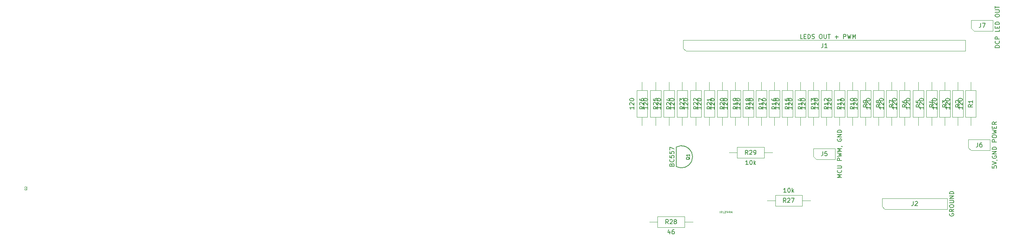
<source format=gbr>
%TF.GenerationSoftware,KiCad,Pcbnew,8.0.3*%
%TF.CreationDate,2024-07-19T22:03:55-04:00*%
%TF.ProjectId,CCPPowerBoard,43435050-6f77-4657-9242-6f6172642e6b,rev?*%
%TF.SameCoordinates,Original*%
%TF.FileFunction,AssemblyDrawing,Top*%
%FSLAX46Y46*%
G04 Gerber Fmt 4.6, Leading zero omitted, Abs format (unit mm)*
G04 Created by KiCad (PCBNEW 8.0.3) date 2024-07-19 22:03:55*
%MOMM*%
%LPD*%
G01*
G04 APERTURE LIST*
%ADD10C,0.150000*%
%ADD11C,0.100000*%
G04 APERTURE END LIST*
D10*
X147184819Y-75246666D02*
X147184819Y-75818094D01*
X147184819Y-75532380D02*
X146184819Y-75532380D01*
X146184819Y-75532380D02*
X146327676Y-75627618D01*
X146327676Y-75627618D02*
X146422914Y-75722856D01*
X146422914Y-75722856D02*
X146470533Y-75818094D01*
X146280057Y-74865713D02*
X146232438Y-74818094D01*
X146232438Y-74818094D02*
X146184819Y-74722856D01*
X146184819Y-74722856D02*
X146184819Y-74484761D01*
X146184819Y-74484761D02*
X146232438Y-74389523D01*
X146232438Y-74389523D02*
X146280057Y-74341904D01*
X146280057Y-74341904D02*
X146375295Y-74294285D01*
X146375295Y-74294285D02*
X146470533Y-74294285D01*
X146470533Y-74294285D02*
X146613390Y-74341904D01*
X146613390Y-74341904D02*
X147184819Y-74913332D01*
X147184819Y-74913332D02*
X147184819Y-74294285D01*
X146184819Y-73675237D02*
X146184819Y-73579999D01*
X146184819Y-73579999D02*
X146232438Y-73484761D01*
X146232438Y-73484761D02*
X146280057Y-73437142D01*
X146280057Y-73437142D02*
X146375295Y-73389523D01*
X146375295Y-73389523D02*
X146565771Y-73341904D01*
X146565771Y-73341904D02*
X146803866Y-73341904D01*
X146803866Y-73341904D02*
X146994342Y-73389523D01*
X146994342Y-73389523D02*
X147089580Y-73437142D01*
X147089580Y-73437142D02*
X147137200Y-73484761D01*
X147137200Y-73484761D02*
X147184819Y-73579999D01*
X147184819Y-73579999D02*
X147184819Y-73675237D01*
X147184819Y-73675237D02*
X147137200Y-73770475D01*
X147137200Y-73770475D02*
X147089580Y-73818094D01*
X147089580Y-73818094D02*
X146994342Y-73865713D01*
X146994342Y-73865713D02*
X146803866Y-73913332D01*
X146803866Y-73913332D02*
X146565771Y-73913332D01*
X146565771Y-73913332D02*
X146375295Y-73865713D01*
X146375295Y-73865713D02*
X146280057Y-73818094D01*
X146280057Y-73818094D02*
X146232438Y-73770475D01*
X146232438Y-73770475D02*
X146184819Y-73675237D01*
X149554819Y-74746666D02*
X149078628Y-75079999D01*
X149554819Y-75318094D02*
X148554819Y-75318094D01*
X148554819Y-75318094D02*
X148554819Y-74937142D01*
X148554819Y-74937142D02*
X148602438Y-74841904D01*
X148602438Y-74841904D02*
X148650057Y-74794285D01*
X148650057Y-74794285D02*
X148745295Y-74746666D01*
X148745295Y-74746666D02*
X148888152Y-74746666D01*
X148888152Y-74746666D02*
X148983390Y-74794285D01*
X148983390Y-74794285D02*
X149031009Y-74841904D01*
X149031009Y-74841904D02*
X149078628Y-74937142D01*
X149078628Y-74937142D02*
X149078628Y-75318094D01*
X149554819Y-73794285D02*
X149554819Y-74365713D01*
X149554819Y-74079999D02*
X148554819Y-74079999D01*
X148554819Y-74079999D02*
X148697676Y-74175237D01*
X148697676Y-74175237D02*
X148792914Y-74270475D01*
X148792914Y-74270475D02*
X148840533Y-74365713D01*
X104284819Y-75246666D02*
X104284819Y-75818094D01*
X104284819Y-75532380D02*
X103284819Y-75532380D01*
X103284819Y-75532380D02*
X103427676Y-75627618D01*
X103427676Y-75627618D02*
X103522914Y-75722856D01*
X103522914Y-75722856D02*
X103570533Y-75818094D01*
X103380057Y-74865713D02*
X103332438Y-74818094D01*
X103332438Y-74818094D02*
X103284819Y-74722856D01*
X103284819Y-74722856D02*
X103284819Y-74484761D01*
X103284819Y-74484761D02*
X103332438Y-74389523D01*
X103332438Y-74389523D02*
X103380057Y-74341904D01*
X103380057Y-74341904D02*
X103475295Y-74294285D01*
X103475295Y-74294285D02*
X103570533Y-74294285D01*
X103570533Y-74294285D02*
X103713390Y-74341904D01*
X103713390Y-74341904D02*
X104284819Y-74913332D01*
X104284819Y-74913332D02*
X104284819Y-74294285D01*
X103284819Y-73675237D02*
X103284819Y-73579999D01*
X103284819Y-73579999D02*
X103332438Y-73484761D01*
X103332438Y-73484761D02*
X103380057Y-73437142D01*
X103380057Y-73437142D02*
X103475295Y-73389523D01*
X103475295Y-73389523D02*
X103665771Y-73341904D01*
X103665771Y-73341904D02*
X103903866Y-73341904D01*
X103903866Y-73341904D02*
X104094342Y-73389523D01*
X104094342Y-73389523D02*
X104189580Y-73437142D01*
X104189580Y-73437142D02*
X104237200Y-73484761D01*
X104237200Y-73484761D02*
X104284819Y-73579999D01*
X104284819Y-73579999D02*
X104284819Y-73675237D01*
X104284819Y-73675237D02*
X104237200Y-73770475D01*
X104237200Y-73770475D02*
X104189580Y-73818094D01*
X104189580Y-73818094D02*
X104094342Y-73865713D01*
X104094342Y-73865713D02*
X103903866Y-73913332D01*
X103903866Y-73913332D02*
X103665771Y-73913332D01*
X103665771Y-73913332D02*
X103475295Y-73865713D01*
X103475295Y-73865713D02*
X103380057Y-73818094D01*
X103380057Y-73818094D02*
X103332438Y-73770475D01*
X103332438Y-73770475D02*
X103284819Y-73675237D01*
X106654819Y-75222857D02*
X106178628Y-75556190D01*
X106654819Y-75794285D02*
X105654819Y-75794285D01*
X105654819Y-75794285D02*
X105654819Y-75413333D01*
X105654819Y-75413333D02*
X105702438Y-75318095D01*
X105702438Y-75318095D02*
X105750057Y-75270476D01*
X105750057Y-75270476D02*
X105845295Y-75222857D01*
X105845295Y-75222857D02*
X105988152Y-75222857D01*
X105988152Y-75222857D02*
X106083390Y-75270476D01*
X106083390Y-75270476D02*
X106131009Y-75318095D01*
X106131009Y-75318095D02*
X106178628Y-75413333D01*
X106178628Y-75413333D02*
X106178628Y-75794285D01*
X106654819Y-74270476D02*
X106654819Y-74841904D01*
X106654819Y-74556190D02*
X105654819Y-74556190D01*
X105654819Y-74556190D02*
X105797676Y-74651428D01*
X105797676Y-74651428D02*
X105892914Y-74746666D01*
X105892914Y-74746666D02*
X105940533Y-74841904D01*
X105654819Y-73365714D02*
X105654819Y-73841904D01*
X105654819Y-73841904D02*
X106131009Y-73889523D01*
X106131009Y-73889523D02*
X106083390Y-73841904D01*
X106083390Y-73841904D02*
X106035771Y-73746666D01*
X106035771Y-73746666D02*
X106035771Y-73508571D01*
X106035771Y-73508571D02*
X106083390Y-73413333D01*
X106083390Y-73413333D02*
X106131009Y-73365714D01*
X106131009Y-73365714D02*
X106226247Y-73318095D01*
X106226247Y-73318095D02*
X106464342Y-73318095D01*
X106464342Y-73318095D02*
X106559580Y-73365714D01*
X106559580Y-73365714D02*
X106607200Y-73413333D01*
X106607200Y-73413333D02*
X106654819Y-73508571D01*
X106654819Y-73508571D02*
X106654819Y-73746666D01*
X106654819Y-73746666D02*
X106607200Y-73841904D01*
X106607200Y-73841904D02*
X106559580Y-73889523D01*
X119534819Y-75246666D02*
X119534819Y-75818094D01*
X119534819Y-75532380D02*
X118534819Y-75532380D01*
X118534819Y-75532380D02*
X118677676Y-75627618D01*
X118677676Y-75627618D02*
X118772914Y-75722856D01*
X118772914Y-75722856D02*
X118820533Y-75818094D01*
X118630057Y-74865713D02*
X118582438Y-74818094D01*
X118582438Y-74818094D02*
X118534819Y-74722856D01*
X118534819Y-74722856D02*
X118534819Y-74484761D01*
X118534819Y-74484761D02*
X118582438Y-74389523D01*
X118582438Y-74389523D02*
X118630057Y-74341904D01*
X118630057Y-74341904D02*
X118725295Y-74294285D01*
X118725295Y-74294285D02*
X118820533Y-74294285D01*
X118820533Y-74294285D02*
X118963390Y-74341904D01*
X118963390Y-74341904D02*
X119534819Y-74913332D01*
X119534819Y-74913332D02*
X119534819Y-74294285D01*
X118534819Y-73675237D02*
X118534819Y-73579999D01*
X118534819Y-73579999D02*
X118582438Y-73484761D01*
X118582438Y-73484761D02*
X118630057Y-73437142D01*
X118630057Y-73437142D02*
X118725295Y-73389523D01*
X118725295Y-73389523D02*
X118915771Y-73341904D01*
X118915771Y-73341904D02*
X119153866Y-73341904D01*
X119153866Y-73341904D02*
X119344342Y-73389523D01*
X119344342Y-73389523D02*
X119439580Y-73437142D01*
X119439580Y-73437142D02*
X119487200Y-73484761D01*
X119487200Y-73484761D02*
X119534819Y-73579999D01*
X119534819Y-73579999D02*
X119534819Y-73675237D01*
X119534819Y-73675237D02*
X119487200Y-73770475D01*
X119487200Y-73770475D02*
X119439580Y-73818094D01*
X119439580Y-73818094D02*
X119344342Y-73865713D01*
X119344342Y-73865713D02*
X119153866Y-73913332D01*
X119153866Y-73913332D02*
X118915771Y-73913332D01*
X118915771Y-73913332D02*
X118725295Y-73865713D01*
X118725295Y-73865713D02*
X118630057Y-73818094D01*
X118630057Y-73818094D02*
X118582438Y-73770475D01*
X118582438Y-73770475D02*
X118534819Y-73675237D01*
X121904819Y-75222857D02*
X121428628Y-75556190D01*
X121904819Y-75794285D02*
X120904819Y-75794285D01*
X120904819Y-75794285D02*
X120904819Y-75413333D01*
X120904819Y-75413333D02*
X120952438Y-75318095D01*
X120952438Y-75318095D02*
X121000057Y-75270476D01*
X121000057Y-75270476D02*
X121095295Y-75222857D01*
X121095295Y-75222857D02*
X121238152Y-75222857D01*
X121238152Y-75222857D02*
X121333390Y-75270476D01*
X121333390Y-75270476D02*
X121381009Y-75318095D01*
X121381009Y-75318095D02*
X121428628Y-75413333D01*
X121428628Y-75413333D02*
X121428628Y-75794285D01*
X121904819Y-74270476D02*
X121904819Y-74841904D01*
X121904819Y-74556190D02*
X120904819Y-74556190D01*
X120904819Y-74556190D02*
X121047676Y-74651428D01*
X121047676Y-74651428D02*
X121142914Y-74746666D01*
X121142914Y-74746666D02*
X121190533Y-74841904D01*
X120904819Y-73651428D02*
X120904819Y-73556190D01*
X120904819Y-73556190D02*
X120952438Y-73460952D01*
X120952438Y-73460952D02*
X121000057Y-73413333D01*
X121000057Y-73413333D02*
X121095295Y-73365714D01*
X121095295Y-73365714D02*
X121285771Y-73318095D01*
X121285771Y-73318095D02*
X121523866Y-73318095D01*
X121523866Y-73318095D02*
X121714342Y-73365714D01*
X121714342Y-73365714D02*
X121809580Y-73413333D01*
X121809580Y-73413333D02*
X121857200Y-73460952D01*
X121857200Y-73460952D02*
X121904819Y-73556190D01*
X121904819Y-73556190D02*
X121904819Y-73651428D01*
X121904819Y-73651428D02*
X121857200Y-73746666D01*
X121857200Y-73746666D02*
X121809580Y-73794285D01*
X121809580Y-73794285D02*
X121714342Y-73841904D01*
X121714342Y-73841904D02*
X121523866Y-73889523D01*
X121523866Y-73889523D02*
X121285771Y-73889523D01*
X121285771Y-73889523D02*
X121095295Y-73841904D01*
X121095295Y-73841904D02*
X121000057Y-73794285D01*
X121000057Y-73794285D02*
X120952438Y-73746666D01*
X120952438Y-73746666D02*
X120904819Y-73651428D01*
X125634819Y-75246666D02*
X125634819Y-75818094D01*
X125634819Y-75532380D02*
X124634819Y-75532380D01*
X124634819Y-75532380D02*
X124777676Y-75627618D01*
X124777676Y-75627618D02*
X124872914Y-75722856D01*
X124872914Y-75722856D02*
X124920533Y-75818094D01*
X124730057Y-74865713D02*
X124682438Y-74818094D01*
X124682438Y-74818094D02*
X124634819Y-74722856D01*
X124634819Y-74722856D02*
X124634819Y-74484761D01*
X124634819Y-74484761D02*
X124682438Y-74389523D01*
X124682438Y-74389523D02*
X124730057Y-74341904D01*
X124730057Y-74341904D02*
X124825295Y-74294285D01*
X124825295Y-74294285D02*
X124920533Y-74294285D01*
X124920533Y-74294285D02*
X125063390Y-74341904D01*
X125063390Y-74341904D02*
X125634819Y-74913332D01*
X125634819Y-74913332D02*
X125634819Y-74294285D01*
X124634819Y-73675237D02*
X124634819Y-73579999D01*
X124634819Y-73579999D02*
X124682438Y-73484761D01*
X124682438Y-73484761D02*
X124730057Y-73437142D01*
X124730057Y-73437142D02*
X124825295Y-73389523D01*
X124825295Y-73389523D02*
X125015771Y-73341904D01*
X125015771Y-73341904D02*
X125253866Y-73341904D01*
X125253866Y-73341904D02*
X125444342Y-73389523D01*
X125444342Y-73389523D02*
X125539580Y-73437142D01*
X125539580Y-73437142D02*
X125587200Y-73484761D01*
X125587200Y-73484761D02*
X125634819Y-73579999D01*
X125634819Y-73579999D02*
X125634819Y-73675237D01*
X125634819Y-73675237D02*
X125587200Y-73770475D01*
X125587200Y-73770475D02*
X125539580Y-73818094D01*
X125539580Y-73818094D02*
X125444342Y-73865713D01*
X125444342Y-73865713D02*
X125253866Y-73913332D01*
X125253866Y-73913332D02*
X125015771Y-73913332D01*
X125015771Y-73913332D02*
X124825295Y-73865713D01*
X124825295Y-73865713D02*
X124730057Y-73818094D01*
X124730057Y-73818094D02*
X124682438Y-73770475D01*
X124682438Y-73770475D02*
X124634819Y-73675237D01*
X128004819Y-74746666D02*
X127528628Y-75079999D01*
X128004819Y-75318094D02*
X127004819Y-75318094D01*
X127004819Y-75318094D02*
X127004819Y-74937142D01*
X127004819Y-74937142D02*
X127052438Y-74841904D01*
X127052438Y-74841904D02*
X127100057Y-74794285D01*
X127100057Y-74794285D02*
X127195295Y-74746666D01*
X127195295Y-74746666D02*
X127338152Y-74746666D01*
X127338152Y-74746666D02*
X127433390Y-74794285D01*
X127433390Y-74794285D02*
X127481009Y-74841904D01*
X127481009Y-74841904D02*
X127528628Y-74937142D01*
X127528628Y-74937142D02*
X127528628Y-75318094D01*
X127433390Y-74175237D02*
X127385771Y-74270475D01*
X127385771Y-74270475D02*
X127338152Y-74318094D01*
X127338152Y-74318094D02*
X127242914Y-74365713D01*
X127242914Y-74365713D02*
X127195295Y-74365713D01*
X127195295Y-74365713D02*
X127100057Y-74318094D01*
X127100057Y-74318094D02*
X127052438Y-74270475D01*
X127052438Y-74270475D02*
X127004819Y-74175237D01*
X127004819Y-74175237D02*
X127004819Y-73984761D01*
X127004819Y-73984761D02*
X127052438Y-73889523D01*
X127052438Y-73889523D02*
X127100057Y-73841904D01*
X127100057Y-73841904D02*
X127195295Y-73794285D01*
X127195295Y-73794285D02*
X127242914Y-73794285D01*
X127242914Y-73794285D02*
X127338152Y-73841904D01*
X127338152Y-73841904D02*
X127385771Y-73889523D01*
X127385771Y-73889523D02*
X127433390Y-73984761D01*
X127433390Y-73984761D02*
X127433390Y-74175237D01*
X127433390Y-74175237D02*
X127481009Y-74270475D01*
X127481009Y-74270475D02*
X127528628Y-74318094D01*
X127528628Y-74318094D02*
X127623866Y-74365713D01*
X127623866Y-74365713D02*
X127814342Y-74365713D01*
X127814342Y-74365713D02*
X127909580Y-74318094D01*
X127909580Y-74318094D02*
X127957200Y-74270475D01*
X127957200Y-74270475D02*
X128004819Y-74175237D01*
X128004819Y-74175237D02*
X128004819Y-73984761D01*
X128004819Y-73984761D02*
X127957200Y-73889523D01*
X127957200Y-73889523D02*
X127909580Y-73841904D01*
X127909580Y-73841904D02*
X127814342Y-73794285D01*
X127814342Y-73794285D02*
X127623866Y-73794285D01*
X127623866Y-73794285D02*
X127528628Y-73841904D01*
X127528628Y-73841904D02*
X127481009Y-73889523D01*
X127481009Y-73889523D02*
X127433390Y-73984761D01*
X82884819Y-75246666D02*
X82884819Y-75818094D01*
X82884819Y-75532380D02*
X81884819Y-75532380D01*
X81884819Y-75532380D02*
X82027676Y-75627618D01*
X82027676Y-75627618D02*
X82122914Y-75722856D01*
X82122914Y-75722856D02*
X82170533Y-75818094D01*
X81980057Y-74865713D02*
X81932438Y-74818094D01*
X81932438Y-74818094D02*
X81884819Y-74722856D01*
X81884819Y-74722856D02*
X81884819Y-74484761D01*
X81884819Y-74484761D02*
X81932438Y-74389523D01*
X81932438Y-74389523D02*
X81980057Y-74341904D01*
X81980057Y-74341904D02*
X82075295Y-74294285D01*
X82075295Y-74294285D02*
X82170533Y-74294285D01*
X82170533Y-74294285D02*
X82313390Y-74341904D01*
X82313390Y-74341904D02*
X82884819Y-74913332D01*
X82884819Y-74913332D02*
X82884819Y-74294285D01*
X81884819Y-73675237D02*
X81884819Y-73579999D01*
X81884819Y-73579999D02*
X81932438Y-73484761D01*
X81932438Y-73484761D02*
X81980057Y-73437142D01*
X81980057Y-73437142D02*
X82075295Y-73389523D01*
X82075295Y-73389523D02*
X82265771Y-73341904D01*
X82265771Y-73341904D02*
X82503866Y-73341904D01*
X82503866Y-73341904D02*
X82694342Y-73389523D01*
X82694342Y-73389523D02*
X82789580Y-73437142D01*
X82789580Y-73437142D02*
X82837200Y-73484761D01*
X82837200Y-73484761D02*
X82884819Y-73579999D01*
X82884819Y-73579999D02*
X82884819Y-73675237D01*
X82884819Y-73675237D02*
X82837200Y-73770475D01*
X82837200Y-73770475D02*
X82789580Y-73818094D01*
X82789580Y-73818094D02*
X82694342Y-73865713D01*
X82694342Y-73865713D02*
X82503866Y-73913332D01*
X82503866Y-73913332D02*
X82265771Y-73913332D01*
X82265771Y-73913332D02*
X82075295Y-73865713D01*
X82075295Y-73865713D02*
X81980057Y-73818094D01*
X81980057Y-73818094D02*
X81932438Y-73770475D01*
X81932438Y-73770475D02*
X81884819Y-73675237D01*
X85254819Y-75222857D02*
X84778628Y-75556190D01*
X85254819Y-75794285D02*
X84254819Y-75794285D01*
X84254819Y-75794285D02*
X84254819Y-75413333D01*
X84254819Y-75413333D02*
X84302438Y-75318095D01*
X84302438Y-75318095D02*
X84350057Y-75270476D01*
X84350057Y-75270476D02*
X84445295Y-75222857D01*
X84445295Y-75222857D02*
X84588152Y-75222857D01*
X84588152Y-75222857D02*
X84683390Y-75270476D01*
X84683390Y-75270476D02*
X84731009Y-75318095D01*
X84731009Y-75318095D02*
X84778628Y-75413333D01*
X84778628Y-75413333D02*
X84778628Y-75794285D01*
X84350057Y-74841904D02*
X84302438Y-74794285D01*
X84302438Y-74794285D02*
X84254819Y-74699047D01*
X84254819Y-74699047D02*
X84254819Y-74460952D01*
X84254819Y-74460952D02*
X84302438Y-74365714D01*
X84302438Y-74365714D02*
X84350057Y-74318095D01*
X84350057Y-74318095D02*
X84445295Y-74270476D01*
X84445295Y-74270476D02*
X84540533Y-74270476D01*
X84540533Y-74270476D02*
X84683390Y-74318095D01*
X84683390Y-74318095D02*
X85254819Y-74889523D01*
X85254819Y-74889523D02*
X85254819Y-74270476D01*
X84350057Y-73889523D02*
X84302438Y-73841904D01*
X84302438Y-73841904D02*
X84254819Y-73746666D01*
X84254819Y-73746666D02*
X84254819Y-73508571D01*
X84254819Y-73508571D02*
X84302438Y-73413333D01*
X84302438Y-73413333D02*
X84350057Y-73365714D01*
X84350057Y-73365714D02*
X84445295Y-73318095D01*
X84445295Y-73318095D02*
X84540533Y-73318095D01*
X84540533Y-73318095D02*
X84683390Y-73365714D01*
X84683390Y-73365714D02*
X85254819Y-73937142D01*
X85254819Y-73937142D02*
X85254819Y-73318095D01*
X95134819Y-75246666D02*
X95134819Y-75818094D01*
X95134819Y-75532380D02*
X94134819Y-75532380D01*
X94134819Y-75532380D02*
X94277676Y-75627618D01*
X94277676Y-75627618D02*
X94372914Y-75722856D01*
X94372914Y-75722856D02*
X94420533Y-75818094D01*
X94230057Y-74865713D02*
X94182438Y-74818094D01*
X94182438Y-74818094D02*
X94134819Y-74722856D01*
X94134819Y-74722856D02*
X94134819Y-74484761D01*
X94134819Y-74484761D02*
X94182438Y-74389523D01*
X94182438Y-74389523D02*
X94230057Y-74341904D01*
X94230057Y-74341904D02*
X94325295Y-74294285D01*
X94325295Y-74294285D02*
X94420533Y-74294285D01*
X94420533Y-74294285D02*
X94563390Y-74341904D01*
X94563390Y-74341904D02*
X95134819Y-74913332D01*
X95134819Y-74913332D02*
X95134819Y-74294285D01*
X94134819Y-73675237D02*
X94134819Y-73579999D01*
X94134819Y-73579999D02*
X94182438Y-73484761D01*
X94182438Y-73484761D02*
X94230057Y-73437142D01*
X94230057Y-73437142D02*
X94325295Y-73389523D01*
X94325295Y-73389523D02*
X94515771Y-73341904D01*
X94515771Y-73341904D02*
X94753866Y-73341904D01*
X94753866Y-73341904D02*
X94944342Y-73389523D01*
X94944342Y-73389523D02*
X95039580Y-73437142D01*
X95039580Y-73437142D02*
X95087200Y-73484761D01*
X95087200Y-73484761D02*
X95134819Y-73579999D01*
X95134819Y-73579999D02*
X95134819Y-73675237D01*
X95134819Y-73675237D02*
X95087200Y-73770475D01*
X95087200Y-73770475D02*
X95039580Y-73818094D01*
X95039580Y-73818094D02*
X94944342Y-73865713D01*
X94944342Y-73865713D02*
X94753866Y-73913332D01*
X94753866Y-73913332D02*
X94515771Y-73913332D01*
X94515771Y-73913332D02*
X94325295Y-73865713D01*
X94325295Y-73865713D02*
X94230057Y-73818094D01*
X94230057Y-73818094D02*
X94182438Y-73770475D01*
X94182438Y-73770475D02*
X94134819Y-73675237D01*
X97504819Y-75222857D02*
X97028628Y-75556190D01*
X97504819Y-75794285D02*
X96504819Y-75794285D01*
X96504819Y-75794285D02*
X96504819Y-75413333D01*
X96504819Y-75413333D02*
X96552438Y-75318095D01*
X96552438Y-75318095D02*
X96600057Y-75270476D01*
X96600057Y-75270476D02*
X96695295Y-75222857D01*
X96695295Y-75222857D02*
X96838152Y-75222857D01*
X96838152Y-75222857D02*
X96933390Y-75270476D01*
X96933390Y-75270476D02*
X96981009Y-75318095D01*
X96981009Y-75318095D02*
X97028628Y-75413333D01*
X97028628Y-75413333D02*
X97028628Y-75794285D01*
X97504819Y-74270476D02*
X97504819Y-74841904D01*
X97504819Y-74556190D02*
X96504819Y-74556190D01*
X96504819Y-74556190D02*
X96647676Y-74651428D01*
X96647676Y-74651428D02*
X96742914Y-74746666D01*
X96742914Y-74746666D02*
X96790533Y-74841904D01*
X96933390Y-73699047D02*
X96885771Y-73794285D01*
X96885771Y-73794285D02*
X96838152Y-73841904D01*
X96838152Y-73841904D02*
X96742914Y-73889523D01*
X96742914Y-73889523D02*
X96695295Y-73889523D01*
X96695295Y-73889523D02*
X96600057Y-73841904D01*
X96600057Y-73841904D02*
X96552438Y-73794285D01*
X96552438Y-73794285D02*
X96504819Y-73699047D01*
X96504819Y-73699047D02*
X96504819Y-73508571D01*
X96504819Y-73508571D02*
X96552438Y-73413333D01*
X96552438Y-73413333D02*
X96600057Y-73365714D01*
X96600057Y-73365714D02*
X96695295Y-73318095D01*
X96695295Y-73318095D02*
X96742914Y-73318095D01*
X96742914Y-73318095D02*
X96838152Y-73365714D01*
X96838152Y-73365714D02*
X96885771Y-73413333D01*
X96885771Y-73413333D02*
X96933390Y-73508571D01*
X96933390Y-73508571D02*
X96933390Y-73699047D01*
X96933390Y-73699047D02*
X96981009Y-73794285D01*
X96981009Y-73794285D02*
X97028628Y-73841904D01*
X97028628Y-73841904D02*
X97123866Y-73889523D01*
X97123866Y-73889523D02*
X97314342Y-73889523D01*
X97314342Y-73889523D02*
X97409580Y-73841904D01*
X97409580Y-73841904D02*
X97457200Y-73794285D01*
X97457200Y-73794285D02*
X97504819Y-73699047D01*
X97504819Y-73699047D02*
X97504819Y-73508571D01*
X97504819Y-73508571D02*
X97457200Y-73413333D01*
X97457200Y-73413333D02*
X97409580Y-73365714D01*
X97409580Y-73365714D02*
X97314342Y-73318095D01*
X97314342Y-73318095D02*
X97123866Y-73318095D01*
X97123866Y-73318095D02*
X97028628Y-73365714D01*
X97028628Y-73365714D02*
X96981009Y-73413333D01*
X96981009Y-73413333D02*
X96933390Y-73508571D01*
X144184819Y-75246666D02*
X144184819Y-75818094D01*
X144184819Y-75532380D02*
X143184819Y-75532380D01*
X143184819Y-75532380D02*
X143327676Y-75627618D01*
X143327676Y-75627618D02*
X143422914Y-75722856D01*
X143422914Y-75722856D02*
X143470533Y-75818094D01*
X143280057Y-74865713D02*
X143232438Y-74818094D01*
X143232438Y-74818094D02*
X143184819Y-74722856D01*
X143184819Y-74722856D02*
X143184819Y-74484761D01*
X143184819Y-74484761D02*
X143232438Y-74389523D01*
X143232438Y-74389523D02*
X143280057Y-74341904D01*
X143280057Y-74341904D02*
X143375295Y-74294285D01*
X143375295Y-74294285D02*
X143470533Y-74294285D01*
X143470533Y-74294285D02*
X143613390Y-74341904D01*
X143613390Y-74341904D02*
X144184819Y-74913332D01*
X144184819Y-74913332D02*
X144184819Y-74294285D01*
X143184819Y-73675237D02*
X143184819Y-73579999D01*
X143184819Y-73579999D02*
X143232438Y-73484761D01*
X143232438Y-73484761D02*
X143280057Y-73437142D01*
X143280057Y-73437142D02*
X143375295Y-73389523D01*
X143375295Y-73389523D02*
X143565771Y-73341904D01*
X143565771Y-73341904D02*
X143803866Y-73341904D01*
X143803866Y-73341904D02*
X143994342Y-73389523D01*
X143994342Y-73389523D02*
X144089580Y-73437142D01*
X144089580Y-73437142D02*
X144137200Y-73484761D01*
X144137200Y-73484761D02*
X144184819Y-73579999D01*
X144184819Y-73579999D02*
X144184819Y-73675237D01*
X144184819Y-73675237D02*
X144137200Y-73770475D01*
X144137200Y-73770475D02*
X144089580Y-73818094D01*
X144089580Y-73818094D02*
X143994342Y-73865713D01*
X143994342Y-73865713D02*
X143803866Y-73913332D01*
X143803866Y-73913332D02*
X143565771Y-73913332D01*
X143565771Y-73913332D02*
X143375295Y-73865713D01*
X143375295Y-73865713D02*
X143280057Y-73818094D01*
X143280057Y-73818094D02*
X143232438Y-73770475D01*
X143232438Y-73770475D02*
X143184819Y-73675237D01*
X146554819Y-74746666D02*
X146078628Y-75079999D01*
X146554819Y-75318094D02*
X145554819Y-75318094D01*
X145554819Y-75318094D02*
X145554819Y-74937142D01*
X145554819Y-74937142D02*
X145602438Y-74841904D01*
X145602438Y-74841904D02*
X145650057Y-74794285D01*
X145650057Y-74794285D02*
X145745295Y-74746666D01*
X145745295Y-74746666D02*
X145888152Y-74746666D01*
X145888152Y-74746666D02*
X145983390Y-74794285D01*
X145983390Y-74794285D02*
X146031009Y-74841904D01*
X146031009Y-74841904D02*
X146078628Y-74937142D01*
X146078628Y-74937142D02*
X146078628Y-75318094D01*
X145650057Y-74365713D02*
X145602438Y-74318094D01*
X145602438Y-74318094D02*
X145554819Y-74222856D01*
X145554819Y-74222856D02*
X145554819Y-73984761D01*
X145554819Y-73984761D02*
X145602438Y-73889523D01*
X145602438Y-73889523D02*
X145650057Y-73841904D01*
X145650057Y-73841904D02*
X145745295Y-73794285D01*
X145745295Y-73794285D02*
X145840533Y-73794285D01*
X145840533Y-73794285D02*
X145983390Y-73841904D01*
X145983390Y-73841904D02*
X146554819Y-74413332D01*
X146554819Y-74413332D02*
X146554819Y-73794285D01*
X110384819Y-75246666D02*
X110384819Y-75818094D01*
X110384819Y-75532380D02*
X109384819Y-75532380D01*
X109384819Y-75532380D02*
X109527676Y-75627618D01*
X109527676Y-75627618D02*
X109622914Y-75722856D01*
X109622914Y-75722856D02*
X109670533Y-75818094D01*
X109480057Y-74865713D02*
X109432438Y-74818094D01*
X109432438Y-74818094D02*
X109384819Y-74722856D01*
X109384819Y-74722856D02*
X109384819Y-74484761D01*
X109384819Y-74484761D02*
X109432438Y-74389523D01*
X109432438Y-74389523D02*
X109480057Y-74341904D01*
X109480057Y-74341904D02*
X109575295Y-74294285D01*
X109575295Y-74294285D02*
X109670533Y-74294285D01*
X109670533Y-74294285D02*
X109813390Y-74341904D01*
X109813390Y-74341904D02*
X110384819Y-74913332D01*
X110384819Y-74913332D02*
X110384819Y-74294285D01*
X109384819Y-73675237D02*
X109384819Y-73579999D01*
X109384819Y-73579999D02*
X109432438Y-73484761D01*
X109432438Y-73484761D02*
X109480057Y-73437142D01*
X109480057Y-73437142D02*
X109575295Y-73389523D01*
X109575295Y-73389523D02*
X109765771Y-73341904D01*
X109765771Y-73341904D02*
X110003866Y-73341904D01*
X110003866Y-73341904D02*
X110194342Y-73389523D01*
X110194342Y-73389523D02*
X110289580Y-73437142D01*
X110289580Y-73437142D02*
X110337200Y-73484761D01*
X110337200Y-73484761D02*
X110384819Y-73579999D01*
X110384819Y-73579999D02*
X110384819Y-73675237D01*
X110384819Y-73675237D02*
X110337200Y-73770475D01*
X110337200Y-73770475D02*
X110289580Y-73818094D01*
X110289580Y-73818094D02*
X110194342Y-73865713D01*
X110194342Y-73865713D02*
X110003866Y-73913332D01*
X110003866Y-73913332D02*
X109765771Y-73913332D01*
X109765771Y-73913332D02*
X109575295Y-73865713D01*
X109575295Y-73865713D02*
X109480057Y-73818094D01*
X109480057Y-73818094D02*
X109432438Y-73770475D01*
X109432438Y-73770475D02*
X109384819Y-73675237D01*
X112754819Y-75222857D02*
X112278628Y-75556190D01*
X112754819Y-75794285D02*
X111754819Y-75794285D01*
X111754819Y-75794285D02*
X111754819Y-75413333D01*
X111754819Y-75413333D02*
X111802438Y-75318095D01*
X111802438Y-75318095D02*
X111850057Y-75270476D01*
X111850057Y-75270476D02*
X111945295Y-75222857D01*
X111945295Y-75222857D02*
X112088152Y-75222857D01*
X112088152Y-75222857D02*
X112183390Y-75270476D01*
X112183390Y-75270476D02*
X112231009Y-75318095D01*
X112231009Y-75318095D02*
X112278628Y-75413333D01*
X112278628Y-75413333D02*
X112278628Y-75794285D01*
X112754819Y-74270476D02*
X112754819Y-74841904D01*
X112754819Y-74556190D02*
X111754819Y-74556190D01*
X111754819Y-74556190D02*
X111897676Y-74651428D01*
X111897676Y-74651428D02*
X111992914Y-74746666D01*
X111992914Y-74746666D02*
X112040533Y-74841904D01*
X111754819Y-73937142D02*
X111754819Y-73318095D01*
X111754819Y-73318095D02*
X112135771Y-73651428D01*
X112135771Y-73651428D02*
X112135771Y-73508571D01*
X112135771Y-73508571D02*
X112183390Y-73413333D01*
X112183390Y-73413333D02*
X112231009Y-73365714D01*
X112231009Y-73365714D02*
X112326247Y-73318095D01*
X112326247Y-73318095D02*
X112564342Y-73318095D01*
X112564342Y-73318095D02*
X112659580Y-73365714D01*
X112659580Y-73365714D02*
X112707200Y-73413333D01*
X112707200Y-73413333D02*
X112754819Y-73508571D01*
X112754819Y-73508571D02*
X112754819Y-73794285D01*
X112754819Y-73794285D02*
X112707200Y-73889523D01*
X112707200Y-73889523D02*
X112659580Y-73937142D01*
X97019761Y-88824819D02*
X96448333Y-88824819D01*
X96734047Y-88824819D02*
X96734047Y-87824819D01*
X96734047Y-87824819D02*
X96638809Y-87967676D01*
X96638809Y-87967676D02*
X96543571Y-88062914D01*
X96543571Y-88062914D02*
X96448333Y-88110533D01*
X97638809Y-87824819D02*
X97734047Y-87824819D01*
X97734047Y-87824819D02*
X97829285Y-87872438D01*
X97829285Y-87872438D02*
X97876904Y-87920057D01*
X97876904Y-87920057D02*
X97924523Y-88015295D01*
X97924523Y-88015295D02*
X97972142Y-88205771D01*
X97972142Y-88205771D02*
X97972142Y-88443866D01*
X97972142Y-88443866D02*
X97924523Y-88634342D01*
X97924523Y-88634342D02*
X97876904Y-88729580D01*
X97876904Y-88729580D02*
X97829285Y-88777200D01*
X97829285Y-88777200D02*
X97734047Y-88824819D01*
X97734047Y-88824819D02*
X97638809Y-88824819D01*
X97638809Y-88824819D02*
X97543571Y-88777200D01*
X97543571Y-88777200D02*
X97495952Y-88729580D01*
X97495952Y-88729580D02*
X97448333Y-88634342D01*
X97448333Y-88634342D02*
X97400714Y-88443866D01*
X97400714Y-88443866D02*
X97400714Y-88205771D01*
X97400714Y-88205771D02*
X97448333Y-88015295D01*
X97448333Y-88015295D02*
X97495952Y-87920057D01*
X97495952Y-87920057D02*
X97543571Y-87872438D01*
X97543571Y-87872438D02*
X97638809Y-87824819D01*
X98400714Y-88824819D02*
X98400714Y-87824819D01*
X98495952Y-88443866D02*
X98781666Y-88824819D01*
X98781666Y-88158152D02*
X98400714Y-88539104D01*
X96972142Y-86454819D02*
X96638809Y-85978628D01*
X96400714Y-86454819D02*
X96400714Y-85454819D01*
X96400714Y-85454819D02*
X96781666Y-85454819D01*
X96781666Y-85454819D02*
X96876904Y-85502438D01*
X96876904Y-85502438D02*
X96924523Y-85550057D01*
X96924523Y-85550057D02*
X96972142Y-85645295D01*
X96972142Y-85645295D02*
X96972142Y-85788152D01*
X96972142Y-85788152D02*
X96924523Y-85883390D01*
X96924523Y-85883390D02*
X96876904Y-85931009D01*
X96876904Y-85931009D02*
X96781666Y-85978628D01*
X96781666Y-85978628D02*
X96400714Y-85978628D01*
X97353095Y-85550057D02*
X97400714Y-85502438D01*
X97400714Y-85502438D02*
X97495952Y-85454819D01*
X97495952Y-85454819D02*
X97734047Y-85454819D01*
X97734047Y-85454819D02*
X97829285Y-85502438D01*
X97829285Y-85502438D02*
X97876904Y-85550057D01*
X97876904Y-85550057D02*
X97924523Y-85645295D01*
X97924523Y-85645295D02*
X97924523Y-85740533D01*
X97924523Y-85740533D02*
X97876904Y-85883390D01*
X97876904Y-85883390D02*
X97305476Y-86454819D01*
X97305476Y-86454819D02*
X97924523Y-86454819D01*
X98400714Y-86454819D02*
X98591190Y-86454819D01*
X98591190Y-86454819D02*
X98686428Y-86407200D01*
X98686428Y-86407200D02*
X98734047Y-86359580D01*
X98734047Y-86359580D02*
X98829285Y-86216723D01*
X98829285Y-86216723D02*
X98876904Y-86026247D01*
X98876904Y-86026247D02*
X98876904Y-85645295D01*
X98876904Y-85645295D02*
X98829285Y-85550057D01*
X98829285Y-85550057D02*
X98781666Y-85502438D01*
X98781666Y-85502438D02*
X98686428Y-85454819D01*
X98686428Y-85454819D02*
X98495952Y-85454819D01*
X98495952Y-85454819D02*
X98400714Y-85502438D01*
X98400714Y-85502438D02*
X98353095Y-85550057D01*
X98353095Y-85550057D02*
X98305476Y-85645295D01*
X98305476Y-85645295D02*
X98305476Y-85883390D01*
X98305476Y-85883390D02*
X98353095Y-85978628D01*
X98353095Y-85978628D02*
X98400714Y-86026247D01*
X98400714Y-86026247D02*
X98495952Y-86073866D01*
X98495952Y-86073866D02*
X98686428Y-86073866D01*
X98686428Y-86073866D02*
X98781666Y-86026247D01*
X98781666Y-86026247D02*
X98829285Y-85978628D01*
X98829285Y-85978628D02*
X98876904Y-85883390D01*
X113434819Y-75246666D02*
X113434819Y-75818094D01*
X113434819Y-75532380D02*
X112434819Y-75532380D01*
X112434819Y-75532380D02*
X112577676Y-75627618D01*
X112577676Y-75627618D02*
X112672914Y-75722856D01*
X112672914Y-75722856D02*
X112720533Y-75818094D01*
X112530057Y-74865713D02*
X112482438Y-74818094D01*
X112482438Y-74818094D02*
X112434819Y-74722856D01*
X112434819Y-74722856D02*
X112434819Y-74484761D01*
X112434819Y-74484761D02*
X112482438Y-74389523D01*
X112482438Y-74389523D02*
X112530057Y-74341904D01*
X112530057Y-74341904D02*
X112625295Y-74294285D01*
X112625295Y-74294285D02*
X112720533Y-74294285D01*
X112720533Y-74294285D02*
X112863390Y-74341904D01*
X112863390Y-74341904D02*
X113434819Y-74913332D01*
X113434819Y-74913332D02*
X113434819Y-74294285D01*
X112434819Y-73675237D02*
X112434819Y-73579999D01*
X112434819Y-73579999D02*
X112482438Y-73484761D01*
X112482438Y-73484761D02*
X112530057Y-73437142D01*
X112530057Y-73437142D02*
X112625295Y-73389523D01*
X112625295Y-73389523D02*
X112815771Y-73341904D01*
X112815771Y-73341904D02*
X113053866Y-73341904D01*
X113053866Y-73341904D02*
X113244342Y-73389523D01*
X113244342Y-73389523D02*
X113339580Y-73437142D01*
X113339580Y-73437142D02*
X113387200Y-73484761D01*
X113387200Y-73484761D02*
X113434819Y-73579999D01*
X113434819Y-73579999D02*
X113434819Y-73675237D01*
X113434819Y-73675237D02*
X113387200Y-73770475D01*
X113387200Y-73770475D02*
X113339580Y-73818094D01*
X113339580Y-73818094D02*
X113244342Y-73865713D01*
X113244342Y-73865713D02*
X113053866Y-73913332D01*
X113053866Y-73913332D02*
X112815771Y-73913332D01*
X112815771Y-73913332D02*
X112625295Y-73865713D01*
X112625295Y-73865713D02*
X112530057Y-73818094D01*
X112530057Y-73818094D02*
X112482438Y-73770475D01*
X112482438Y-73770475D02*
X112434819Y-73675237D01*
X115804819Y-75222857D02*
X115328628Y-75556190D01*
X115804819Y-75794285D02*
X114804819Y-75794285D01*
X114804819Y-75794285D02*
X114804819Y-75413333D01*
X114804819Y-75413333D02*
X114852438Y-75318095D01*
X114852438Y-75318095D02*
X114900057Y-75270476D01*
X114900057Y-75270476D02*
X114995295Y-75222857D01*
X114995295Y-75222857D02*
X115138152Y-75222857D01*
X115138152Y-75222857D02*
X115233390Y-75270476D01*
X115233390Y-75270476D02*
X115281009Y-75318095D01*
X115281009Y-75318095D02*
X115328628Y-75413333D01*
X115328628Y-75413333D02*
X115328628Y-75794285D01*
X115804819Y-74270476D02*
X115804819Y-74841904D01*
X115804819Y-74556190D02*
X114804819Y-74556190D01*
X114804819Y-74556190D02*
X114947676Y-74651428D01*
X114947676Y-74651428D02*
X115042914Y-74746666D01*
X115042914Y-74746666D02*
X115090533Y-74841904D01*
X114900057Y-73889523D02*
X114852438Y-73841904D01*
X114852438Y-73841904D02*
X114804819Y-73746666D01*
X114804819Y-73746666D02*
X114804819Y-73508571D01*
X114804819Y-73508571D02*
X114852438Y-73413333D01*
X114852438Y-73413333D02*
X114900057Y-73365714D01*
X114900057Y-73365714D02*
X114995295Y-73318095D01*
X114995295Y-73318095D02*
X115090533Y-73318095D01*
X115090533Y-73318095D02*
X115233390Y-73365714D01*
X115233390Y-73365714D02*
X115804819Y-73937142D01*
X115804819Y-73937142D02*
X115804819Y-73318095D01*
X144182438Y-100309523D02*
X144134819Y-100404761D01*
X144134819Y-100404761D02*
X144134819Y-100547618D01*
X144134819Y-100547618D02*
X144182438Y-100690475D01*
X144182438Y-100690475D02*
X144277676Y-100785713D01*
X144277676Y-100785713D02*
X144372914Y-100833332D01*
X144372914Y-100833332D02*
X144563390Y-100880951D01*
X144563390Y-100880951D02*
X144706247Y-100880951D01*
X144706247Y-100880951D02*
X144896723Y-100833332D01*
X144896723Y-100833332D02*
X144991961Y-100785713D01*
X144991961Y-100785713D02*
X145087200Y-100690475D01*
X145087200Y-100690475D02*
X145134819Y-100547618D01*
X145134819Y-100547618D02*
X145134819Y-100452380D01*
X145134819Y-100452380D02*
X145087200Y-100309523D01*
X145087200Y-100309523D02*
X145039580Y-100261904D01*
X145039580Y-100261904D02*
X144706247Y-100261904D01*
X144706247Y-100261904D02*
X144706247Y-100452380D01*
X145134819Y-99261904D02*
X144658628Y-99595237D01*
X145134819Y-99833332D02*
X144134819Y-99833332D01*
X144134819Y-99833332D02*
X144134819Y-99452380D01*
X144134819Y-99452380D02*
X144182438Y-99357142D01*
X144182438Y-99357142D02*
X144230057Y-99309523D01*
X144230057Y-99309523D02*
X144325295Y-99261904D01*
X144325295Y-99261904D02*
X144468152Y-99261904D01*
X144468152Y-99261904D02*
X144563390Y-99309523D01*
X144563390Y-99309523D02*
X144611009Y-99357142D01*
X144611009Y-99357142D02*
X144658628Y-99452380D01*
X144658628Y-99452380D02*
X144658628Y-99833332D01*
X144134819Y-98642856D02*
X144134819Y-98452380D01*
X144134819Y-98452380D02*
X144182438Y-98357142D01*
X144182438Y-98357142D02*
X144277676Y-98261904D01*
X144277676Y-98261904D02*
X144468152Y-98214285D01*
X144468152Y-98214285D02*
X144801485Y-98214285D01*
X144801485Y-98214285D02*
X144991961Y-98261904D01*
X144991961Y-98261904D02*
X145087200Y-98357142D01*
X145087200Y-98357142D02*
X145134819Y-98452380D01*
X145134819Y-98452380D02*
X145134819Y-98642856D01*
X145134819Y-98642856D02*
X145087200Y-98738094D01*
X145087200Y-98738094D02*
X144991961Y-98833332D01*
X144991961Y-98833332D02*
X144801485Y-98880951D01*
X144801485Y-98880951D02*
X144468152Y-98880951D01*
X144468152Y-98880951D02*
X144277676Y-98833332D01*
X144277676Y-98833332D02*
X144182438Y-98738094D01*
X144182438Y-98738094D02*
X144134819Y-98642856D01*
X144134819Y-97785713D02*
X144944342Y-97785713D01*
X144944342Y-97785713D02*
X145039580Y-97738094D01*
X145039580Y-97738094D02*
X145087200Y-97690475D01*
X145087200Y-97690475D02*
X145134819Y-97595237D01*
X145134819Y-97595237D02*
X145134819Y-97404761D01*
X145134819Y-97404761D02*
X145087200Y-97309523D01*
X145087200Y-97309523D02*
X145039580Y-97261904D01*
X145039580Y-97261904D02*
X144944342Y-97214285D01*
X144944342Y-97214285D02*
X144134819Y-97214285D01*
X145134819Y-96738094D02*
X144134819Y-96738094D01*
X144134819Y-96738094D02*
X145134819Y-96166666D01*
X145134819Y-96166666D02*
X144134819Y-96166666D01*
X145134819Y-95690475D02*
X144134819Y-95690475D01*
X144134819Y-95690475D02*
X144134819Y-95452380D01*
X144134819Y-95452380D02*
X144182438Y-95309523D01*
X144182438Y-95309523D02*
X144277676Y-95214285D01*
X144277676Y-95214285D02*
X144372914Y-95166666D01*
X144372914Y-95166666D02*
X144563390Y-95119047D01*
X144563390Y-95119047D02*
X144706247Y-95119047D01*
X144706247Y-95119047D02*
X144896723Y-95166666D01*
X144896723Y-95166666D02*
X144991961Y-95214285D01*
X144991961Y-95214285D02*
X145087200Y-95309523D01*
X145087200Y-95309523D02*
X145134819Y-95452380D01*
X145134819Y-95452380D02*
X145134819Y-95690475D01*
X135666666Y-97454819D02*
X135666666Y-98169104D01*
X135666666Y-98169104D02*
X135619047Y-98311961D01*
X135619047Y-98311961D02*
X135523809Y-98407200D01*
X135523809Y-98407200D02*
X135380952Y-98454819D01*
X135380952Y-98454819D02*
X135285714Y-98454819D01*
X136095238Y-97550057D02*
X136142857Y-97502438D01*
X136142857Y-97502438D02*
X136238095Y-97454819D01*
X136238095Y-97454819D02*
X136476190Y-97454819D01*
X136476190Y-97454819D02*
X136571428Y-97502438D01*
X136571428Y-97502438D02*
X136619047Y-97550057D01*
X136619047Y-97550057D02*
X136666666Y-97645295D01*
X136666666Y-97645295D02*
X136666666Y-97740533D01*
X136666666Y-97740533D02*
X136619047Y-97883390D01*
X136619047Y-97883390D02*
X136047619Y-98454819D01*
X136047619Y-98454819D02*
X136666666Y-98454819D01*
X78714285Y-104408152D02*
X78714285Y-105074819D01*
X78476190Y-104027200D02*
X78238095Y-104741485D01*
X78238095Y-104741485D02*
X78857142Y-104741485D01*
X79666666Y-104074819D02*
X79476190Y-104074819D01*
X79476190Y-104074819D02*
X79380952Y-104122438D01*
X79380952Y-104122438D02*
X79333333Y-104170057D01*
X79333333Y-104170057D02*
X79238095Y-104312914D01*
X79238095Y-104312914D02*
X79190476Y-104503390D01*
X79190476Y-104503390D02*
X79190476Y-104884342D01*
X79190476Y-104884342D02*
X79238095Y-104979580D01*
X79238095Y-104979580D02*
X79285714Y-105027200D01*
X79285714Y-105027200D02*
X79380952Y-105074819D01*
X79380952Y-105074819D02*
X79571428Y-105074819D01*
X79571428Y-105074819D02*
X79666666Y-105027200D01*
X79666666Y-105027200D02*
X79714285Y-104979580D01*
X79714285Y-104979580D02*
X79761904Y-104884342D01*
X79761904Y-104884342D02*
X79761904Y-104646247D01*
X79761904Y-104646247D02*
X79714285Y-104551009D01*
X79714285Y-104551009D02*
X79666666Y-104503390D01*
X79666666Y-104503390D02*
X79571428Y-104455771D01*
X79571428Y-104455771D02*
X79380952Y-104455771D01*
X79380952Y-104455771D02*
X79285714Y-104503390D01*
X79285714Y-104503390D02*
X79238095Y-104551009D01*
X79238095Y-104551009D02*
X79190476Y-104646247D01*
X78357142Y-102704819D02*
X78023809Y-102228628D01*
X77785714Y-102704819D02*
X77785714Y-101704819D01*
X77785714Y-101704819D02*
X78166666Y-101704819D01*
X78166666Y-101704819D02*
X78261904Y-101752438D01*
X78261904Y-101752438D02*
X78309523Y-101800057D01*
X78309523Y-101800057D02*
X78357142Y-101895295D01*
X78357142Y-101895295D02*
X78357142Y-102038152D01*
X78357142Y-102038152D02*
X78309523Y-102133390D01*
X78309523Y-102133390D02*
X78261904Y-102181009D01*
X78261904Y-102181009D02*
X78166666Y-102228628D01*
X78166666Y-102228628D02*
X77785714Y-102228628D01*
X78738095Y-101800057D02*
X78785714Y-101752438D01*
X78785714Y-101752438D02*
X78880952Y-101704819D01*
X78880952Y-101704819D02*
X79119047Y-101704819D01*
X79119047Y-101704819D02*
X79214285Y-101752438D01*
X79214285Y-101752438D02*
X79261904Y-101800057D01*
X79261904Y-101800057D02*
X79309523Y-101895295D01*
X79309523Y-101895295D02*
X79309523Y-101990533D01*
X79309523Y-101990533D02*
X79261904Y-102133390D01*
X79261904Y-102133390D02*
X78690476Y-102704819D01*
X78690476Y-102704819D02*
X79309523Y-102704819D01*
X79880952Y-102133390D02*
X79785714Y-102085771D01*
X79785714Y-102085771D02*
X79738095Y-102038152D01*
X79738095Y-102038152D02*
X79690476Y-101942914D01*
X79690476Y-101942914D02*
X79690476Y-101895295D01*
X79690476Y-101895295D02*
X79738095Y-101800057D01*
X79738095Y-101800057D02*
X79785714Y-101752438D01*
X79785714Y-101752438D02*
X79880952Y-101704819D01*
X79880952Y-101704819D02*
X80071428Y-101704819D01*
X80071428Y-101704819D02*
X80166666Y-101752438D01*
X80166666Y-101752438D02*
X80214285Y-101800057D01*
X80214285Y-101800057D02*
X80261904Y-101895295D01*
X80261904Y-101895295D02*
X80261904Y-101942914D01*
X80261904Y-101942914D02*
X80214285Y-102038152D01*
X80214285Y-102038152D02*
X80166666Y-102085771D01*
X80166666Y-102085771D02*
X80071428Y-102133390D01*
X80071428Y-102133390D02*
X79880952Y-102133390D01*
X79880952Y-102133390D02*
X79785714Y-102181009D01*
X79785714Y-102181009D02*
X79738095Y-102228628D01*
X79738095Y-102228628D02*
X79690476Y-102323866D01*
X79690476Y-102323866D02*
X79690476Y-102514342D01*
X79690476Y-102514342D02*
X79738095Y-102609580D01*
X79738095Y-102609580D02*
X79785714Y-102657200D01*
X79785714Y-102657200D02*
X79880952Y-102704819D01*
X79880952Y-102704819D02*
X80071428Y-102704819D01*
X80071428Y-102704819D02*
X80166666Y-102657200D01*
X80166666Y-102657200D02*
X80214285Y-102609580D01*
X80214285Y-102609580D02*
X80261904Y-102514342D01*
X80261904Y-102514342D02*
X80261904Y-102323866D01*
X80261904Y-102323866D02*
X80214285Y-102228628D01*
X80214285Y-102228628D02*
X80166666Y-102181009D01*
X80166666Y-102181009D02*
X80071428Y-102133390D01*
X105924761Y-95334819D02*
X105353333Y-95334819D01*
X105639047Y-95334819D02*
X105639047Y-94334819D01*
X105639047Y-94334819D02*
X105543809Y-94477676D01*
X105543809Y-94477676D02*
X105448571Y-94572914D01*
X105448571Y-94572914D02*
X105353333Y-94620533D01*
X106543809Y-94334819D02*
X106639047Y-94334819D01*
X106639047Y-94334819D02*
X106734285Y-94382438D01*
X106734285Y-94382438D02*
X106781904Y-94430057D01*
X106781904Y-94430057D02*
X106829523Y-94525295D01*
X106829523Y-94525295D02*
X106877142Y-94715771D01*
X106877142Y-94715771D02*
X106877142Y-94953866D01*
X106877142Y-94953866D02*
X106829523Y-95144342D01*
X106829523Y-95144342D02*
X106781904Y-95239580D01*
X106781904Y-95239580D02*
X106734285Y-95287200D01*
X106734285Y-95287200D02*
X106639047Y-95334819D01*
X106639047Y-95334819D02*
X106543809Y-95334819D01*
X106543809Y-95334819D02*
X106448571Y-95287200D01*
X106448571Y-95287200D02*
X106400952Y-95239580D01*
X106400952Y-95239580D02*
X106353333Y-95144342D01*
X106353333Y-95144342D02*
X106305714Y-94953866D01*
X106305714Y-94953866D02*
X106305714Y-94715771D01*
X106305714Y-94715771D02*
X106353333Y-94525295D01*
X106353333Y-94525295D02*
X106400952Y-94430057D01*
X106400952Y-94430057D02*
X106448571Y-94382438D01*
X106448571Y-94382438D02*
X106543809Y-94334819D01*
X107305714Y-95334819D02*
X107305714Y-94334819D01*
X107400952Y-94953866D02*
X107686666Y-95334819D01*
X107686666Y-94668152D02*
X107305714Y-95049104D01*
X105877142Y-97704819D02*
X105543809Y-97228628D01*
X105305714Y-97704819D02*
X105305714Y-96704819D01*
X105305714Y-96704819D02*
X105686666Y-96704819D01*
X105686666Y-96704819D02*
X105781904Y-96752438D01*
X105781904Y-96752438D02*
X105829523Y-96800057D01*
X105829523Y-96800057D02*
X105877142Y-96895295D01*
X105877142Y-96895295D02*
X105877142Y-97038152D01*
X105877142Y-97038152D02*
X105829523Y-97133390D01*
X105829523Y-97133390D02*
X105781904Y-97181009D01*
X105781904Y-97181009D02*
X105686666Y-97228628D01*
X105686666Y-97228628D02*
X105305714Y-97228628D01*
X106258095Y-96800057D02*
X106305714Y-96752438D01*
X106305714Y-96752438D02*
X106400952Y-96704819D01*
X106400952Y-96704819D02*
X106639047Y-96704819D01*
X106639047Y-96704819D02*
X106734285Y-96752438D01*
X106734285Y-96752438D02*
X106781904Y-96800057D01*
X106781904Y-96800057D02*
X106829523Y-96895295D01*
X106829523Y-96895295D02*
X106829523Y-96990533D01*
X106829523Y-96990533D02*
X106781904Y-97133390D01*
X106781904Y-97133390D02*
X106210476Y-97704819D01*
X106210476Y-97704819D02*
X106829523Y-97704819D01*
X107162857Y-96704819D02*
X107829523Y-96704819D01*
X107829523Y-96704819D02*
X107400952Y-97704819D01*
X154149819Y-89130952D02*
X154149819Y-89607142D01*
X154149819Y-89607142D02*
X154626009Y-89654761D01*
X154626009Y-89654761D02*
X154578390Y-89607142D01*
X154578390Y-89607142D02*
X154530771Y-89511904D01*
X154530771Y-89511904D02*
X154530771Y-89273809D01*
X154530771Y-89273809D02*
X154578390Y-89178571D01*
X154578390Y-89178571D02*
X154626009Y-89130952D01*
X154626009Y-89130952D02*
X154721247Y-89083333D01*
X154721247Y-89083333D02*
X154959342Y-89083333D01*
X154959342Y-89083333D02*
X155054580Y-89130952D01*
X155054580Y-89130952D02*
X155102200Y-89178571D01*
X155102200Y-89178571D02*
X155149819Y-89273809D01*
X155149819Y-89273809D02*
X155149819Y-89511904D01*
X155149819Y-89511904D02*
X155102200Y-89607142D01*
X155102200Y-89607142D02*
X155054580Y-89654761D01*
X154149819Y-88797618D02*
X155149819Y-88464285D01*
X155149819Y-88464285D02*
X154149819Y-88130952D01*
X155102200Y-87749999D02*
X155149819Y-87749999D01*
X155149819Y-87749999D02*
X155245057Y-87797618D01*
X155245057Y-87797618D02*
X155292676Y-87845237D01*
X154197438Y-86797619D02*
X154149819Y-86892857D01*
X154149819Y-86892857D02*
X154149819Y-87035714D01*
X154149819Y-87035714D02*
X154197438Y-87178571D01*
X154197438Y-87178571D02*
X154292676Y-87273809D01*
X154292676Y-87273809D02*
X154387914Y-87321428D01*
X154387914Y-87321428D02*
X154578390Y-87369047D01*
X154578390Y-87369047D02*
X154721247Y-87369047D01*
X154721247Y-87369047D02*
X154911723Y-87321428D01*
X154911723Y-87321428D02*
X155006961Y-87273809D01*
X155006961Y-87273809D02*
X155102200Y-87178571D01*
X155102200Y-87178571D02*
X155149819Y-87035714D01*
X155149819Y-87035714D02*
X155149819Y-86940476D01*
X155149819Y-86940476D02*
X155102200Y-86797619D01*
X155102200Y-86797619D02*
X155054580Y-86750000D01*
X155054580Y-86750000D02*
X154721247Y-86750000D01*
X154721247Y-86750000D02*
X154721247Y-86940476D01*
X155149819Y-86321428D02*
X154149819Y-86321428D01*
X154149819Y-86321428D02*
X155149819Y-85750000D01*
X155149819Y-85750000D02*
X154149819Y-85750000D01*
X155149819Y-85273809D02*
X154149819Y-85273809D01*
X154149819Y-85273809D02*
X154149819Y-85035714D01*
X154149819Y-85035714D02*
X154197438Y-84892857D01*
X154197438Y-84892857D02*
X154292676Y-84797619D01*
X154292676Y-84797619D02*
X154387914Y-84750000D01*
X154387914Y-84750000D02*
X154578390Y-84702381D01*
X154578390Y-84702381D02*
X154721247Y-84702381D01*
X154721247Y-84702381D02*
X154911723Y-84750000D01*
X154911723Y-84750000D02*
X155006961Y-84797619D01*
X155006961Y-84797619D02*
X155102200Y-84892857D01*
X155102200Y-84892857D02*
X155149819Y-85035714D01*
X155149819Y-85035714D02*
X155149819Y-85273809D01*
X155149819Y-83511904D02*
X154149819Y-83511904D01*
X154149819Y-83511904D02*
X154149819Y-83130952D01*
X154149819Y-83130952D02*
X154197438Y-83035714D01*
X154197438Y-83035714D02*
X154245057Y-82988095D01*
X154245057Y-82988095D02*
X154340295Y-82940476D01*
X154340295Y-82940476D02*
X154483152Y-82940476D01*
X154483152Y-82940476D02*
X154578390Y-82988095D01*
X154578390Y-82988095D02*
X154626009Y-83035714D01*
X154626009Y-83035714D02*
X154673628Y-83130952D01*
X154673628Y-83130952D02*
X154673628Y-83511904D01*
X154149819Y-82321428D02*
X154149819Y-82130952D01*
X154149819Y-82130952D02*
X154197438Y-82035714D01*
X154197438Y-82035714D02*
X154292676Y-81940476D01*
X154292676Y-81940476D02*
X154483152Y-81892857D01*
X154483152Y-81892857D02*
X154816485Y-81892857D01*
X154816485Y-81892857D02*
X155006961Y-81940476D01*
X155006961Y-81940476D02*
X155102200Y-82035714D01*
X155102200Y-82035714D02*
X155149819Y-82130952D01*
X155149819Y-82130952D02*
X155149819Y-82321428D01*
X155149819Y-82321428D02*
X155102200Y-82416666D01*
X155102200Y-82416666D02*
X155006961Y-82511904D01*
X155006961Y-82511904D02*
X154816485Y-82559523D01*
X154816485Y-82559523D02*
X154483152Y-82559523D01*
X154483152Y-82559523D02*
X154292676Y-82511904D01*
X154292676Y-82511904D02*
X154197438Y-82416666D01*
X154197438Y-82416666D02*
X154149819Y-82321428D01*
X154149819Y-81559523D02*
X155149819Y-81321428D01*
X155149819Y-81321428D02*
X154435533Y-81130952D01*
X154435533Y-81130952D02*
X155149819Y-80940476D01*
X155149819Y-80940476D02*
X154149819Y-80702381D01*
X154626009Y-80321428D02*
X154626009Y-79988095D01*
X155149819Y-79845238D02*
X155149819Y-80321428D01*
X155149819Y-80321428D02*
X154149819Y-80321428D01*
X154149819Y-80321428D02*
X154149819Y-79845238D01*
X155149819Y-78845238D02*
X154673628Y-79178571D01*
X155149819Y-79416666D02*
X154149819Y-79416666D01*
X154149819Y-79416666D02*
X154149819Y-79035714D01*
X154149819Y-79035714D02*
X154197438Y-78940476D01*
X154197438Y-78940476D02*
X154245057Y-78892857D01*
X154245057Y-78892857D02*
X154340295Y-78845238D01*
X154340295Y-78845238D02*
X154483152Y-78845238D01*
X154483152Y-78845238D02*
X154578390Y-78892857D01*
X154578390Y-78892857D02*
X154626009Y-78940476D01*
X154626009Y-78940476D02*
X154673628Y-79035714D01*
X154673628Y-79035714D02*
X154673628Y-79416666D01*
X150761666Y-83704819D02*
X150761666Y-84419104D01*
X150761666Y-84419104D02*
X150714047Y-84561961D01*
X150714047Y-84561961D02*
X150618809Y-84657200D01*
X150618809Y-84657200D02*
X150475952Y-84704819D01*
X150475952Y-84704819D02*
X150380714Y-84704819D01*
X151666428Y-83704819D02*
X151475952Y-83704819D01*
X151475952Y-83704819D02*
X151380714Y-83752438D01*
X151380714Y-83752438D02*
X151333095Y-83800057D01*
X151333095Y-83800057D02*
X151237857Y-83942914D01*
X151237857Y-83942914D02*
X151190238Y-84133390D01*
X151190238Y-84133390D02*
X151190238Y-84514342D01*
X151190238Y-84514342D02*
X151237857Y-84609580D01*
X151237857Y-84609580D02*
X151285476Y-84657200D01*
X151285476Y-84657200D02*
X151380714Y-84704819D01*
X151380714Y-84704819D02*
X151571190Y-84704819D01*
X151571190Y-84704819D02*
X151666428Y-84657200D01*
X151666428Y-84657200D02*
X151714047Y-84609580D01*
X151714047Y-84609580D02*
X151761666Y-84514342D01*
X151761666Y-84514342D02*
X151761666Y-84276247D01*
X151761666Y-84276247D02*
X151714047Y-84181009D01*
X151714047Y-84181009D02*
X151666428Y-84133390D01*
X151666428Y-84133390D02*
X151571190Y-84085771D01*
X151571190Y-84085771D02*
X151380714Y-84085771D01*
X151380714Y-84085771D02*
X151285476Y-84133390D01*
X151285476Y-84133390D02*
X151237857Y-84181009D01*
X151237857Y-84181009D02*
X151190238Y-84276247D01*
X70284819Y-75246666D02*
X70284819Y-75818094D01*
X70284819Y-75532380D02*
X69284819Y-75532380D01*
X69284819Y-75532380D02*
X69427676Y-75627618D01*
X69427676Y-75627618D02*
X69522914Y-75722856D01*
X69522914Y-75722856D02*
X69570533Y-75818094D01*
X69380057Y-74865713D02*
X69332438Y-74818094D01*
X69332438Y-74818094D02*
X69284819Y-74722856D01*
X69284819Y-74722856D02*
X69284819Y-74484761D01*
X69284819Y-74484761D02*
X69332438Y-74389523D01*
X69332438Y-74389523D02*
X69380057Y-74341904D01*
X69380057Y-74341904D02*
X69475295Y-74294285D01*
X69475295Y-74294285D02*
X69570533Y-74294285D01*
X69570533Y-74294285D02*
X69713390Y-74341904D01*
X69713390Y-74341904D02*
X70284819Y-74913332D01*
X70284819Y-74913332D02*
X70284819Y-74294285D01*
X69284819Y-73675237D02*
X69284819Y-73579999D01*
X69284819Y-73579999D02*
X69332438Y-73484761D01*
X69332438Y-73484761D02*
X69380057Y-73437142D01*
X69380057Y-73437142D02*
X69475295Y-73389523D01*
X69475295Y-73389523D02*
X69665771Y-73341904D01*
X69665771Y-73341904D02*
X69903866Y-73341904D01*
X69903866Y-73341904D02*
X70094342Y-73389523D01*
X70094342Y-73389523D02*
X70189580Y-73437142D01*
X70189580Y-73437142D02*
X70237200Y-73484761D01*
X70237200Y-73484761D02*
X70284819Y-73579999D01*
X70284819Y-73579999D02*
X70284819Y-73675237D01*
X70284819Y-73675237D02*
X70237200Y-73770475D01*
X70237200Y-73770475D02*
X70189580Y-73818094D01*
X70189580Y-73818094D02*
X70094342Y-73865713D01*
X70094342Y-73865713D02*
X69903866Y-73913332D01*
X69903866Y-73913332D02*
X69665771Y-73913332D01*
X69665771Y-73913332D02*
X69475295Y-73865713D01*
X69475295Y-73865713D02*
X69380057Y-73818094D01*
X69380057Y-73818094D02*
X69332438Y-73770475D01*
X69332438Y-73770475D02*
X69284819Y-73675237D01*
X72654819Y-75222857D02*
X72178628Y-75556190D01*
X72654819Y-75794285D02*
X71654819Y-75794285D01*
X71654819Y-75794285D02*
X71654819Y-75413333D01*
X71654819Y-75413333D02*
X71702438Y-75318095D01*
X71702438Y-75318095D02*
X71750057Y-75270476D01*
X71750057Y-75270476D02*
X71845295Y-75222857D01*
X71845295Y-75222857D02*
X71988152Y-75222857D01*
X71988152Y-75222857D02*
X72083390Y-75270476D01*
X72083390Y-75270476D02*
X72131009Y-75318095D01*
X72131009Y-75318095D02*
X72178628Y-75413333D01*
X72178628Y-75413333D02*
X72178628Y-75794285D01*
X71750057Y-74841904D02*
X71702438Y-74794285D01*
X71702438Y-74794285D02*
X71654819Y-74699047D01*
X71654819Y-74699047D02*
X71654819Y-74460952D01*
X71654819Y-74460952D02*
X71702438Y-74365714D01*
X71702438Y-74365714D02*
X71750057Y-74318095D01*
X71750057Y-74318095D02*
X71845295Y-74270476D01*
X71845295Y-74270476D02*
X71940533Y-74270476D01*
X71940533Y-74270476D02*
X72083390Y-74318095D01*
X72083390Y-74318095D02*
X72654819Y-74889523D01*
X72654819Y-74889523D02*
X72654819Y-74270476D01*
X71654819Y-73413333D02*
X71654819Y-73603809D01*
X71654819Y-73603809D02*
X71702438Y-73699047D01*
X71702438Y-73699047D02*
X71750057Y-73746666D01*
X71750057Y-73746666D02*
X71892914Y-73841904D01*
X71892914Y-73841904D02*
X72083390Y-73889523D01*
X72083390Y-73889523D02*
X72464342Y-73889523D01*
X72464342Y-73889523D02*
X72559580Y-73841904D01*
X72559580Y-73841904D02*
X72607200Y-73794285D01*
X72607200Y-73794285D02*
X72654819Y-73699047D01*
X72654819Y-73699047D02*
X72654819Y-73508571D01*
X72654819Y-73508571D02*
X72607200Y-73413333D01*
X72607200Y-73413333D02*
X72559580Y-73365714D01*
X72559580Y-73365714D02*
X72464342Y-73318095D01*
X72464342Y-73318095D02*
X72226247Y-73318095D01*
X72226247Y-73318095D02*
X72131009Y-73365714D01*
X72131009Y-73365714D02*
X72083390Y-73413333D01*
X72083390Y-73413333D02*
X72035771Y-73508571D01*
X72035771Y-73508571D02*
X72035771Y-73699047D01*
X72035771Y-73699047D02*
X72083390Y-73794285D01*
X72083390Y-73794285D02*
X72131009Y-73841904D01*
X72131009Y-73841904D02*
X72226247Y-73889523D01*
X138084819Y-75246666D02*
X138084819Y-75818094D01*
X138084819Y-75532380D02*
X137084819Y-75532380D01*
X137084819Y-75532380D02*
X137227676Y-75627618D01*
X137227676Y-75627618D02*
X137322914Y-75722856D01*
X137322914Y-75722856D02*
X137370533Y-75818094D01*
X137180057Y-74865713D02*
X137132438Y-74818094D01*
X137132438Y-74818094D02*
X137084819Y-74722856D01*
X137084819Y-74722856D02*
X137084819Y-74484761D01*
X137084819Y-74484761D02*
X137132438Y-74389523D01*
X137132438Y-74389523D02*
X137180057Y-74341904D01*
X137180057Y-74341904D02*
X137275295Y-74294285D01*
X137275295Y-74294285D02*
X137370533Y-74294285D01*
X137370533Y-74294285D02*
X137513390Y-74341904D01*
X137513390Y-74341904D02*
X138084819Y-74913332D01*
X138084819Y-74913332D02*
X138084819Y-74294285D01*
X137084819Y-73675237D02*
X137084819Y-73579999D01*
X137084819Y-73579999D02*
X137132438Y-73484761D01*
X137132438Y-73484761D02*
X137180057Y-73437142D01*
X137180057Y-73437142D02*
X137275295Y-73389523D01*
X137275295Y-73389523D02*
X137465771Y-73341904D01*
X137465771Y-73341904D02*
X137703866Y-73341904D01*
X137703866Y-73341904D02*
X137894342Y-73389523D01*
X137894342Y-73389523D02*
X137989580Y-73437142D01*
X137989580Y-73437142D02*
X138037200Y-73484761D01*
X138037200Y-73484761D02*
X138084819Y-73579999D01*
X138084819Y-73579999D02*
X138084819Y-73675237D01*
X138084819Y-73675237D02*
X138037200Y-73770475D01*
X138037200Y-73770475D02*
X137989580Y-73818094D01*
X137989580Y-73818094D02*
X137894342Y-73865713D01*
X137894342Y-73865713D02*
X137703866Y-73913332D01*
X137703866Y-73913332D02*
X137465771Y-73913332D01*
X137465771Y-73913332D02*
X137275295Y-73865713D01*
X137275295Y-73865713D02*
X137180057Y-73818094D01*
X137180057Y-73818094D02*
X137132438Y-73770475D01*
X137132438Y-73770475D02*
X137084819Y-73675237D01*
X140454819Y-74746666D02*
X139978628Y-75079999D01*
X140454819Y-75318094D02*
X139454819Y-75318094D01*
X139454819Y-75318094D02*
X139454819Y-74937142D01*
X139454819Y-74937142D02*
X139502438Y-74841904D01*
X139502438Y-74841904D02*
X139550057Y-74794285D01*
X139550057Y-74794285D02*
X139645295Y-74746666D01*
X139645295Y-74746666D02*
X139788152Y-74746666D01*
X139788152Y-74746666D02*
X139883390Y-74794285D01*
X139883390Y-74794285D02*
X139931009Y-74841904D01*
X139931009Y-74841904D02*
X139978628Y-74937142D01*
X139978628Y-74937142D02*
X139978628Y-75318094D01*
X139788152Y-73889523D02*
X140454819Y-73889523D01*
X139407200Y-74127618D02*
X140121485Y-74365713D01*
X140121485Y-74365713D02*
X140121485Y-73746666D01*
X155824819Y-61440476D02*
X154824819Y-61440476D01*
X154824819Y-61440476D02*
X154824819Y-61202381D01*
X154824819Y-61202381D02*
X154872438Y-61059524D01*
X154872438Y-61059524D02*
X154967676Y-60964286D01*
X154967676Y-60964286D02*
X155062914Y-60916667D01*
X155062914Y-60916667D02*
X155253390Y-60869048D01*
X155253390Y-60869048D02*
X155396247Y-60869048D01*
X155396247Y-60869048D02*
X155586723Y-60916667D01*
X155586723Y-60916667D02*
X155681961Y-60964286D01*
X155681961Y-60964286D02*
X155777200Y-61059524D01*
X155777200Y-61059524D02*
X155824819Y-61202381D01*
X155824819Y-61202381D02*
X155824819Y-61440476D01*
X155729580Y-59869048D02*
X155777200Y-59916667D01*
X155777200Y-59916667D02*
X155824819Y-60059524D01*
X155824819Y-60059524D02*
X155824819Y-60154762D01*
X155824819Y-60154762D02*
X155777200Y-60297619D01*
X155777200Y-60297619D02*
X155681961Y-60392857D01*
X155681961Y-60392857D02*
X155586723Y-60440476D01*
X155586723Y-60440476D02*
X155396247Y-60488095D01*
X155396247Y-60488095D02*
X155253390Y-60488095D01*
X155253390Y-60488095D02*
X155062914Y-60440476D01*
X155062914Y-60440476D02*
X154967676Y-60392857D01*
X154967676Y-60392857D02*
X154872438Y-60297619D01*
X154872438Y-60297619D02*
X154824819Y-60154762D01*
X154824819Y-60154762D02*
X154824819Y-60059524D01*
X154824819Y-60059524D02*
X154872438Y-59916667D01*
X154872438Y-59916667D02*
X154920057Y-59869048D01*
X155824819Y-59440476D02*
X154824819Y-59440476D01*
X154824819Y-59440476D02*
X154824819Y-59059524D01*
X154824819Y-59059524D02*
X154872438Y-58964286D01*
X154872438Y-58964286D02*
X154920057Y-58916667D01*
X154920057Y-58916667D02*
X155015295Y-58869048D01*
X155015295Y-58869048D02*
X155158152Y-58869048D01*
X155158152Y-58869048D02*
X155253390Y-58916667D01*
X155253390Y-58916667D02*
X155301009Y-58964286D01*
X155301009Y-58964286D02*
X155348628Y-59059524D01*
X155348628Y-59059524D02*
X155348628Y-59440476D01*
X155824819Y-57202381D02*
X155824819Y-57678571D01*
X155824819Y-57678571D02*
X154824819Y-57678571D01*
X155301009Y-56869047D02*
X155301009Y-56535714D01*
X155824819Y-56392857D02*
X155824819Y-56869047D01*
X155824819Y-56869047D02*
X154824819Y-56869047D01*
X154824819Y-56869047D02*
X154824819Y-56392857D01*
X155824819Y-55964285D02*
X154824819Y-55964285D01*
X154824819Y-55964285D02*
X154824819Y-55726190D01*
X154824819Y-55726190D02*
X154872438Y-55583333D01*
X154872438Y-55583333D02*
X154967676Y-55488095D01*
X154967676Y-55488095D02*
X155062914Y-55440476D01*
X155062914Y-55440476D02*
X155253390Y-55392857D01*
X155253390Y-55392857D02*
X155396247Y-55392857D01*
X155396247Y-55392857D02*
X155586723Y-55440476D01*
X155586723Y-55440476D02*
X155681961Y-55488095D01*
X155681961Y-55488095D02*
X155777200Y-55583333D01*
X155777200Y-55583333D02*
X155824819Y-55726190D01*
X155824819Y-55726190D02*
X155824819Y-55964285D01*
X154824819Y-54011904D02*
X154824819Y-53821428D01*
X154824819Y-53821428D02*
X154872438Y-53726190D01*
X154872438Y-53726190D02*
X154967676Y-53630952D01*
X154967676Y-53630952D02*
X155158152Y-53583333D01*
X155158152Y-53583333D02*
X155491485Y-53583333D01*
X155491485Y-53583333D02*
X155681961Y-53630952D01*
X155681961Y-53630952D02*
X155777200Y-53726190D01*
X155777200Y-53726190D02*
X155824819Y-53821428D01*
X155824819Y-53821428D02*
X155824819Y-54011904D01*
X155824819Y-54011904D02*
X155777200Y-54107142D01*
X155777200Y-54107142D02*
X155681961Y-54202380D01*
X155681961Y-54202380D02*
X155491485Y-54249999D01*
X155491485Y-54249999D02*
X155158152Y-54249999D01*
X155158152Y-54249999D02*
X154967676Y-54202380D01*
X154967676Y-54202380D02*
X154872438Y-54107142D01*
X154872438Y-54107142D02*
X154824819Y-54011904D01*
X154824819Y-53154761D02*
X155634342Y-53154761D01*
X155634342Y-53154761D02*
X155729580Y-53107142D01*
X155729580Y-53107142D02*
X155777200Y-53059523D01*
X155777200Y-53059523D02*
X155824819Y-52964285D01*
X155824819Y-52964285D02*
X155824819Y-52773809D01*
X155824819Y-52773809D02*
X155777200Y-52678571D01*
X155777200Y-52678571D02*
X155729580Y-52630952D01*
X155729580Y-52630952D02*
X155634342Y-52583333D01*
X155634342Y-52583333D02*
X154824819Y-52583333D01*
X154824819Y-52249999D02*
X154824819Y-51678571D01*
X155824819Y-51964285D02*
X154824819Y-51964285D01*
X151436666Y-55704819D02*
X151436666Y-56419104D01*
X151436666Y-56419104D02*
X151389047Y-56561961D01*
X151389047Y-56561961D02*
X151293809Y-56657200D01*
X151293809Y-56657200D02*
X151150952Y-56704819D01*
X151150952Y-56704819D02*
X151055714Y-56704819D01*
X151817619Y-55704819D02*
X152484285Y-55704819D01*
X152484285Y-55704819D02*
X152055714Y-56704819D01*
X79684819Y-75246666D02*
X79684819Y-75818094D01*
X79684819Y-75532380D02*
X78684819Y-75532380D01*
X78684819Y-75532380D02*
X78827676Y-75627618D01*
X78827676Y-75627618D02*
X78922914Y-75722856D01*
X78922914Y-75722856D02*
X78970533Y-75818094D01*
X78780057Y-74865713D02*
X78732438Y-74818094D01*
X78732438Y-74818094D02*
X78684819Y-74722856D01*
X78684819Y-74722856D02*
X78684819Y-74484761D01*
X78684819Y-74484761D02*
X78732438Y-74389523D01*
X78732438Y-74389523D02*
X78780057Y-74341904D01*
X78780057Y-74341904D02*
X78875295Y-74294285D01*
X78875295Y-74294285D02*
X78970533Y-74294285D01*
X78970533Y-74294285D02*
X79113390Y-74341904D01*
X79113390Y-74341904D02*
X79684819Y-74913332D01*
X79684819Y-74913332D02*
X79684819Y-74294285D01*
X78684819Y-73675237D02*
X78684819Y-73579999D01*
X78684819Y-73579999D02*
X78732438Y-73484761D01*
X78732438Y-73484761D02*
X78780057Y-73437142D01*
X78780057Y-73437142D02*
X78875295Y-73389523D01*
X78875295Y-73389523D02*
X79065771Y-73341904D01*
X79065771Y-73341904D02*
X79303866Y-73341904D01*
X79303866Y-73341904D02*
X79494342Y-73389523D01*
X79494342Y-73389523D02*
X79589580Y-73437142D01*
X79589580Y-73437142D02*
X79637200Y-73484761D01*
X79637200Y-73484761D02*
X79684819Y-73579999D01*
X79684819Y-73579999D02*
X79684819Y-73675237D01*
X79684819Y-73675237D02*
X79637200Y-73770475D01*
X79637200Y-73770475D02*
X79589580Y-73818094D01*
X79589580Y-73818094D02*
X79494342Y-73865713D01*
X79494342Y-73865713D02*
X79303866Y-73913332D01*
X79303866Y-73913332D02*
X79065771Y-73913332D01*
X79065771Y-73913332D02*
X78875295Y-73865713D01*
X78875295Y-73865713D02*
X78780057Y-73818094D01*
X78780057Y-73818094D02*
X78732438Y-73770475D01*
X78732438Y-73770475D02*
X78684819Y-73675237D01*
X82054819Y-75222857D02*
X81578628Y-75556190D01*
X82054819Y-75794285D02*
X81054819Y-75794285D01*
X81054819Y-75794285D02*
X81054819Y-75413333D01*
X81054819Y-75413333D02*
X81102438Y-75318095D01*
X81102438Y-75318095D02*
X81150057Y-75270476D01*
X81150057Y-75270476D02*
X81245295Y-75222857D01*
X81245295Y-75222857D02*
X81388152Y-75222857D01*
X81388152Y-75222857D02*
X81483390Y-75270476D01*
X81483390Y-75270476D02*
X81531009Y-75318095D01*
X81531009Y-75318095D02*
X81578628Y-75413333D01*
X81578628Y-75413333D02*
X81578628Y-75794285D01*
X81150057Y-74841904D02*
X81102438Y-74794285D01*
X81102438Y-74794285D02*
X81054819Y-74699047D01*
X81054819Y-74699047D02*
X81054819Y-74460952D01*
X81054819Y-74460952D02*
X81102438Y-74365714D01*
X81102438Y-74365714D02*
X81150057Y-74318095D01*
X81150057Y-74318095D02*
X81245295Y-74270476D01*
X81245295Y-74270476D02*
X81340533Y-74270476D01*
X81340533Y-74270476D02*
X81483390Y-74318095D01*
X81483390Y-74318095D02*
X82054819Y-74889523D01*
X82054819Y-74889523D02*
X82054819Y-74270476D01*
X81054819Y-73937142D02*
X81054819Y-73318095D01*
X81054819Y-73318095D02*
X81435771Y-73651428D01*
X81435771Y-73651428D02*
X81435771Y-73508571D01*
X81435771Y-73508571D02*
X81483390Y-73413333D01*
X81483390Y-73413333D02*
X81531009Y-73365714D01*
X81531009Y-73365714D02*
X81626247Y-73318095D01*
X81626247Y-73318095D02*
X81864342Y-73318095D01*
X81864342Y-73318095D02*
X81959580Y-73365714D01*
X81959580Y-73365714D02*
X82007200Y-73413333D01*
X82007200Y-73413333D02*
X82054819Y-73508571D01*
X82054819Y-73508571D02*
X82054819Y-73794285D01*
X82054819Y-73794285D02*
X82007200Y-73889523D01*
X82007200Y-73889523D02*
X81959580Y-73937142D01*
D11*
X-71726271Y-94412619D02*
X-71750080Y-94460238D01*
X-71750080Y-94460238D02*
X-71797700Y-94507857D01*
X-71797700Y-94507857D02*
X-71869128Y-94579285D01*
X-71869128Y-94579285D02*
X-71892938Y-94626904D01*
X-71892938Y-94626904D02*
X-71892938Y-94674523D01*
X-71773890Y-94650714D02*
X-71797700Y-94698333D01*
X-71797700Y-94698333D02*
X-71845319Y-94745952D01*
X-71845319Y-94745952D02*
X-71940557Y-94769761D01*
X-71940557Y-94769761D02*
X-72107223Y-94769761D01*
X-72107223Y-94769761D02*
X-72202461Y-94745952D01*
X-72202461Y-94745952D02*
X-72250080Y-94698333D01*
X-72250080Y-94698333D02*
X-72273890Y-94650714D01*
X-72273890Y-94650714D02*
X-72273890Y-94555476D01*
X-72273890Y-94555476D02*
X-72250080Y-94507857D01*
X-72250080Y-94507857D02*
X-72202461Y-94460238D01*
X-72202461Y-94460238D02*
X-72107223Y-94436428D01*
X-72107223Y-94436428D02*
X-71940557Y-94436428D01*
X-71940557Y-94436428D02*
X-71845319Y-94460238D01*
X-71845319Y-94460238D02*
X-71797700Y-94507857D01*
X-71797700Y-94507857D02*
X-71773890Y-94555476D01*
X-71773890Y-94555476D02*
X-71773890Y-94650714D01*
X-72226271Y-94245951D02*
X-72250080Y-94222142D01*
X-72250080Y-94222142D02*
X-72273890Y-94174523D01*
X-72273890Y-94174523D02*
X-72273890Y-94055475D01*
X-72273890Y-94055475D02*
X-72250080Y-94007856D01*
X-72250080Y-94007856D02*
X-72226271Y-93984047D01*
X-72226271Y-93984047D02*
X-72178652Y-93960237D01*
X-72178652Y-93960237D02*
X-72131033Y-93960237D01*
X-72131033Y-93960237D02*
X-72059604Y-93984047D01*
X-72059604Y-93984047D02*
X-71773890Y-94269761D01*
X-71773890Y-94269761D02*
X-71773890Y-93960237D01*
X90381429Y-100176109D02*
X90381429Y-99676109D01*
X90905238Y-100176109D02*
X90738572Y-99938014D01*
X90619524Y-100176109D02*
X90619524Y-99676109D01*
X90619524Y-99676109D02*
X90810000Y-99676109D01*
X90810000Y-99676109D02*
X90857619Y-99699919D01*
X90857619Y-99699919D02*
X90881429Y-99723728D01*
X90881429Y-99723728D02*
X90905238Y-99771347D01*
X90905238Y-99771347D02*
X90905238Y-99842776D01*
X90905238Y-99842776D02*
X90881429Y-99890395D01*
X90881429Y-99890395D02*
X90857619Y-99914204D01*
X90857619Y-99914204D02*
X90810000Y-99938014D01*
X90810000Y-99938014D02*
X90619524Y-99938014D01*
X91357619Y-100176109D02*
X91119524Y-100176109D01*
X91119524Y-100176109D02*
X91119524Y-99676109D01*
X91476667Y-99676109D02*
X91810000Y-99676109D01*
X91810000Y-99676109D02*
X91476667Y-100176109D01*
X91476667Y-100176109D02*
X91810000Y-100176109D01*
X92214762Y-99842776D02*
X92214762Y-100176109D01*
X92095714Y-99652300D02*
X91976667Y-100009442D01*
X91976667Y-100009442D02*
X92286190Y-100009442D01*
X92690952Y-99842776D02*
X92690952Y-100176109D01*
X92571904Y-99652300D02*
X92452857Y-100009442D01*
X92452857Y-100009442D02*
X92762380Y-100009442D01*
X92952856Y-100176109D02*
X92952856Y-99676109D01*
X92952856Y-99676109D02*
X93238570Y-100176109D01*
X93238570Y-100176109D02*
X93238570Y-99676109D01*
D10*
X79156009Y-88857142D02*
X79203628Y-88714285D01*
X79203628Y-88714285D02*
X79251247Y-88666666D01*
X79251247Y-88666666D02*
X79346485Y-88619047D01*
X79346485Y-88619047D02*
X79489342Y-88619047D01*
X79489342Y-88619047D02*
X79584580Y-88666666D01*
X79584580Y-88666666D02*
X79632200Y-88714285D01*
X79632200Y-88714285D02*
X79679819Y-88809523D01*
X79679819Y-88809523D02*
X79679819Y-89190475D01*
X79679819Y-89190475D02*
X78679819Y-89190475D01*
X78679819Y-89190475D02*
X78679819Y-88857142D01*
X78679819Y-88857142D02*
X78727438Y-88761904D01*
X78727438Y-88761904D02*
X78775057Y-88714285D01*
X78775057Y-88714285D02*
X78870295Y-88666666D01*
X78870295Y-88666666D02*
X78965533Y-88666666D01*
X78965533Y-88666666D02*
X79060771Y-88714285D01*
X79060771Y-88714285D02*
X79108390Y-88761904D01*
X79108390Y-88761904D02*
X79156009Y-88857142D01*
X79156009Y-88857142D02*
X79156009Y-89190475D01*
X79584580Y-87619047D02*
X79632200Y-87666666D01*
X79632200Y-87666666D02*
X79679819Y-87809523D01*
X79679819Y-87809523D02*
X79679819Y-87904761D01*
X79679819Y-87904761D02*
X79632200Y-88047618D01*
X79632200Y-88047618D02*
X79536961Y-88142856D01*
X79536961Y-88142856D02*
X79441723Y-88190475D01*
X79441723Y-88190475D02*
X79251247Y-88238094D01*
X79251247Y-88238094D02*
X79108390Y-88238094D01*
X79108390Y-88238094D02*
X78917914Y-88190475D01*
X78917914Y-88190475D02*
X78822676Y-88142856D01*
X78822676Y-88142856D02*
X78727438Y-88047618D01*
X78727438Y-88047618D02*
X78679819Y-87904761D01*
X78679819Y-87904761D02*
X78679819Y-87809523D01*
X78679819Y-87809523D02*
X78727438Y-87666666D01*
X78727438Y-87666666D02*
X78775057Y-87619047D01*
X78679819Y-86714285D02*
X78679819Y-87190475D01*
X78679819Y-87190475D02*
X79156009Y-87238094D01*
X79156009Y-87238094D02*
X79108390Y-87190475D01*
X79108390Y-87190475D02*
X79060771Y-87095237D01*
X79060771Y-87095237D02*
X79060771Y-86857142D01*
X79060771Y-86857142D02*
X79108390Y-86761904D01*
X79108390Y-86761904D02*
X79156009Y-86714285D01*
X79156009Y-86714285D02*
X79251247Y-86666666D01*
X79251247Y-86666666D02*
X79489342Y-86666666D01*
X79489342Y-86666666D02*
X79584580Y-86714285D01*
X79584580Y-86714285D02*
X79632200Y-86761904D01*
X79632200Y-86761904D02*
X79679819Y-86857142D01*
X79679819Y-86857142D02*
X79679819Y-87095237D01*
X79679819Y-87095237D02*
X79632200Y-87190475D01*
X79632200Y-87190475D02*
X79584580Y-87238094D01*
X78679819Y-85761904D02*
X78679819Y-86238094D01*
X78679819Y-86238094D02*
X79156009Y-86285713D01*
X79156009Y-86285713D02*
X79108390Y-86238094D01*
X79108390Y-86238094D02*
X79060771Y-86142856D01*
X79060771Y-86142856D02*
X79060771Y-85904761D01*
X79060771Y-85904761D02*
X79108390Y-85809523D01*
X79108390Y-85809523D02*
X79156009Y-85761904D01*
X79156009Y-85761904D02*
X79251247Y-85714285D01*
X79251247Y-85714285D02*
X79489342Y-85714285D01*
X79489342Y-85714285D02*
X79584580Y-85761904D01*
X79584580Y-85761904D02*
X79632200Y-85809523D01*
X79632200Y-85809523D02*
X79679819Y-85904761D01*
X79679819Y-85904761D02*
X79679819Y-86142856D01*
X79679819Y-86142856D02*
X79632200Y-86238094D01*
X79632200Y-86238094D02*
X79584580Y-86285713D01*
X78679819Y-85380951D02*
X78679819Y-84714285D01*
X78679819Y-84714285D02*
X79679819Y-85142856D01*
X83385592Y-87071428D02*
X83349878Y-87142857D01*
X83349878Y-87142857D02*
X83278450Y-87214285D01*
X83278450Y-87214285D02*
X83171307Y-87321428D01*
X83171307Y-87321428D02*
X83135592Y-87392857D01*
X83135592Y-87392857D02*
X83135592Y-87464285D01*
X83314164Y-87428571D02*
X83278450Y-87500000D01*
X83278450Y-87500000D02*
X83207021Y-87571428D01*
X83207021Y-87571428D02*
X83064164Y-87607142D01*
X83064164Y-87607142D02*
X82814164Y-87607142D01*
X82814164Y-87607142D02*
X82671307Y-87571428D01*
X82671307Y-87571428D02*
X82599878Y-87500000D01*
X82599878Y-87500000D02*
X82564164Y-87428571D01*
X82564164Y-87428571D02*
X82564164Y-87285714D01*
X82564164Y-87285714D02*
X82599878Y-87214285D01*
X82599878Y-87214285D02*
X82671307Y-87142857D01*
X82671307Y-87142857D02*
X82814164Y-87107142D01*
X82814164Y-87107142D02*
X83064164Y-87107142D01*
X83064164Y-87107142D02*
X83207021Y-87142857D01*
X83207021Y-87142857D02*
X83278450Y-87214285D01*
X83278450Y-87214285D02*
X83314164Y-87285714D01*
X83314164Y-87285714D02*
X83314164Y-87428571D01*
X83314164Y-86392857D02*
X83314164Y-86821428D01*
X83314164Y-86607143D02*
X82564164Y-86607143D01*
X82564164Y-86607143D02*
X82671307Y-86678571D01*
X82671307Y-86678571D02*
X82742735Y-86750000D01*
X82742735Y-86750000D02*
X82778450Y-86821428D01*
X109777618Y-59304819D02*
X109301428Y-59304819D01*
X109301428Y-59304819D02*
X109301428Y-58304819D01*
X110110952Y-58781009D02*
X110444285Y-58781009D01*
X110587142Y-59304819D02*
X110110952Y-59304819D01*
X110110952Y-59304819D02*
X110110952Y-58304819D01*
X110110952Y-58304819D02*
X110587142Y-58304819D01*
X111015714Y-59304819D02*
X111015714Y-58304819D01*
X111015714Y-58304819D02*
X111253809Y-58304819D01*
X111253809Y-58304819D02*
X111396666Y-58352438D01*
X111396666Y-58352438D02*
X111491904Y-58447676D01*
X111491904Y-58447676D02*
X111539523Y-58542914D01*
X111539523Y-58542914D02*
X111587142Y-58733390D01*
X111587142Y-58733390D02*
X111587142Y-58876247D01*
X111587142Y-58876247D02*
X111539523Y-59066723D01*
X111539523Y-59066723D02*
X111491904Y-59161961D01*
X111491904Y-59161961D02*
X111396666Y-59257200D01*
X111396666Y-59257200D02*
X111253809Y-59304819D01*
X111253809Y-59304819D02*
X111015714Y-59304819D01*
X111968095Y-59257200D02*
X112110952Y-59304819D01*
X112110952Y-59304819D02*
X112349047Y-59304819D01*
X112349047Y-59304819D02*
X112444285Y-59257200D01*
X112444285Y-59257200D02*
X112491904Y-59209580D01*
X112491904Y-59209580D02*
X112539523Y-59114342D01*
X112539523Y-59114342D02*
X112539523Y-59019104D01*
X112539523Y-59019104D02*
X112491904Y-58923866D01*
X112491904Y-58923866D02*
X112444285Y-58876247D01*
X112444285Y-58876247D02*
X112349047Y-58828628D01*
X112349047Y-58828628D02*
X112158571Y-58781009D01*
X112158571Y-58781009D02*
X112063333Y-58733390D01*
X112063333Y-58733390D02*
X112015714Y-58685771D01*
X112015714Y-58685771D02*
X111968095Y-58590533D01*
X111968095Y-58590533D02*
X111968095Y-58495295D01*
X111968095Y-58495295D02*
X112015714Y-58400057D01*
X112015714Y-58400057D02*
X112063333Y-58352438D01*
X112063333Y-58352438D02*
X112158571Y-58304819D01*
X112158571Y-58304819D02*
X112396666Y-58304819D01*
X112396666Y-58304819D02*
X112539523Y-58352438D01*
X113920476Y-58304819D02*
X114110952Y-58304819D01*
X114110952Y-58304819D02*
X114206190Y-58352438D01*
X114206190Y-58352438D02*
X114301428Y-58447676D01*
X114301428Y-58447676D02*
X114349047Y-58638152D01*
X114349047Y-58638152D02*
X114349047Y-58971485D01*
X114349047Y-58971485D02*
X114301428Y-59161961D01*
X114301428Y-59161961D02*
X114206190Y-59257200D01*
X114206190Y-59257200D02*
X114110952Y-59304819D01*
X114110952Y-59304819D02*
X113920476Y-59304819D01*
X113920476Y-59304819D02*
X113825238Y-59257200D01*
X113825238Y-59257200D02*
X113730000Y-59161961D01*
X113730000Y-59161961D02*
X113682381Y-58971485D01*
X113682381Y-58971485D02*
X113682381Y-58638152D01*
X113682381Y-58638152D02*
X113730000Y-58447676D01*
X113730000Y-58447676D02*
X113825238Y-58352438D01*
X113825238Y-58352438D02*
X113920476Y-58304819D01*
X114777619Y-58304819D02*
X114777619Y-59114342D01*
X114777619Y-59114342D02*
X114825238Y-59209580D01*
X114825238Y-59209580D02*
X114872857Y-59257200D01*
X114872857Y-59257200D02*
X114968095Y-59304819D01*
X114968095Y-59304819D02*
X115158571Y-59304819D01*
X115158571Y-59304819D02*
X115253809Y-59257200D01*
X115253809Y-59257200D02*
X115301428Y-59209580D01*
X115301428Y-59209580D02*
X115349047Y-59114342D01*
X115349047Y-59114342D02*
X115349047Y-58304819D01*
X115682381Y-58304819D02*
X116253809Y-58304819D01*
X115968095Y-59304819D02*
X115968095Y-58304819D01*
X117349048Y-58923866D02*
X118110953Y-58923866D01*
X117730000Y-59304819D02*
X117730000Y-58542914D01*
X119349048Y-59304819D02*
X119349048Y-58304819D01*
X119349048Y-58304819D02*
X119730000Y-58304819D01*
X119730000Y-58304819D02*
X119825238Y-58352438D01*
X119825238Y-58352438D02*
X119872857Y-58400057D01*
X119872857Y-58400057D02*
X119920476Y-58495295D01*
X119920476Y-58495295D02*
X119920476Y-58638152D01*
X119920476Y-58638152D02*
X119872857Y-58733390D01*
X119872857Y-58733390D02*
X119825238Y-58781009D01*
X119825238Y-58781009D02*
X119730000Y-58828628D01*
X119730000Y-58828628D02*
X119349048Y-58828628D01*
X120253810Y-58304819D02*
X120491905Y-59304819D01*
X120491905Y-59304819D02*
X120682381Y-58590533D01*
X120682381Y-58590533D02*
X120872857Y-59304819D01*
X120872857Y-59304819D02*
X121110953Y-58304819D01*
X121491905Y-59304819D02*
X121491905Y-58304819D01*
X121491905Y-58304819D02*
X121825238Y-59019104D01*
X121825238Y-59019104D02*
X122158571Y-58304819D01*
X122158571Y-58304819D02*
X122158571Y-59304819D01*
X114526666Y-60404819D02*
X114526666Y-61119104D01*
X114526666Y-61119104D02*
X114479047Y-61261961D01*
X114479047Y-61261961D02*
X114383809Y-61357200D01*
X114383809Y-61357200D02*
X114240952Y-61404819D01*
X114240952Y-61404819D02*
X114145714Y-61404819D01*
X115526666Y-61404819D02*
X114955238Y-61404819D01*
X115240952Y-61404819D02*
X115240952Y-60404819D01*
X115240952Y-60404819D02*
X115145714Y-60547676D01*
X115145714Y-60547676D02*
X115050476Y-60642914D01*
X115050476Y-60642914D02*
X114955238Y-60690533D01*
X73484819Y-75246666D02*
X73484819Y-75818094D01*
X73484819Y-75532380D02*
X72484819Y-75532380D01*
X72484819Y-75532380D02*
X72627676Y-75627618D01*
X72627676Y-75627618D02*
X72722914Y-75722856D01*
X72722914Y-75722856D02*
X72770533Y-75818094D01*
X72580057Y-74865713D02*
X72532438Y-74818094D01*
X72532438Y-74818094D02*
X72484819Y-74722856D01*
X72484819Y-74722856D02*
X72484819Y-74484761D01*
X72484819Y-74484761D02*
X72532438Y-74389523D01*
X72532438Y-74389523D02*
X72580057Y-74341904D01*
X72580057Y-74341904D02*
X72675295Y-74294285D01*
X72675295Y-74294285D02*
X72770533Y-74294285D01*
X72770533Y-74294285D02*
X72913390Y-74341904D01*
X72913390Y-74341904D02*
X73484819Y-74913332D01*
X73484819Y-74913332D02*
X73484819Y-74294285D01*
X72484819Y-73675237D02*
X72484819Y-73579999D01*
X72484819Y-73579999D02*
X72532438Y-73484761D01*
X72532438Y-73484761D02*
X72580057Y-73437142D01*
X72580057Y-73437142D02*
X72675295Y-73389523D01*
X72675295Y-73389523D02*
X72865771Y-73341904D01*
X72865771Y-73341904D02*
X73103866Y-73341904D01*
X73103866Y-73341904D02*
X73294342Y-73389523D01*
X73294342Y-73389523D02*
X73389580Y-73437142D01*
X73389580Y-73437142D02*
X73437200Y-73484761D01*
X73437200Y-73484761D02*
X73484819Y-73579999D01*
X73484819Y-73579999D02*
X73484819Y-73675237D01*
X73484819Y-73675237D02*
X73437200Y-73770475D01*
X73437200Y-73770475D02*
X73389580Y-73818094D01*
X73389580Y-73818094D02*
X73294342Y-73865713D01*
X73294342Y-73865713D02*
X73103866Y-73913332D01*
X73103866Y-73913332D02*
X72865771Y-73913332D01*
X72865771Y-73913332D02*
X72675295Y-73865713D01*
X72675295Y-73865713D02*
X72580057Y-73818094D01*
X72580057Y-73818094D02*
X72532438Y-73770475D01*
X72532438Y-73770475D02*
X72484819Y-73675237D01*
X75854819Y-75222857D02*
X75378628Y-75556190D01*
X75854819Y-75794285D02*
X74854819Y-75794285D01*
X74854819Y-75794285D02*
X74854819Y-75413333D01*
X74854819Y-75413333D02*
X74902438Y-75318095D01*
X74902438Y-75318095D02*
X74950057Y-75270476D01*
X74950057Y-75270476D02*
X75045295Y-75222857D01*
X75045295Y-75222857D02*
X75188152Y-75222857D01*
X75188152Y-75222857D02*
X75283390Y-75270476D01*
X75283390Y-75270476D02*
X75331009Y-75318095D01*
X75331009Y-75318095D02*
X75378628Y-75413333D01*
X75378628Y-75413333D02*
X75378628Y-75794285D01*
X74950057Y-74841904D02*
X74902438Y-74794285D01*
X74902438Y-74794285D02*
X74854819Y-74699047D01*
X74854819Y-74699047D02*
X74854819Y-74460952D01*
X74854819Y-74460952D02*
X74902438Y-74365714D01*
X74902438Y-74365714D02*
X74950057Y-74318095D01*
X74950057Y-74318095D02*
X75045295Y-74270476D01*
X75045295Y-74270476D02*
X75140533Y-74270476D01*
X75140533Y-74270476D02*
X75283390Y-74318095D01*
X75283390Y-74318095D02*
X75854819Y-74889523D01*
X75854819Y-74889523D02*
X75854819Y-74270476D01*
X74854819Y-73365714D02*
X74854819Y-73841904D01*
X74854819Y-73841904D02*
X75331009Y-73889523D01*
X75331009Y-73889523D02*
X75283390Y-73841904D01*
X75283390Y-73841904D02*
X75235771Y-73746666D01*
X75235771Y-73746666D02*
X75235771Y-73508571D01*
X75235771Y-73508571D02*
X75283390Y-73413333D01*
X75283390Y-73413333D02*
X75331009Y-73365714D01*
X75331009Y-73365714D02*
X75426247Y-73318095D01*
X75426247Y-73318095D02*
X75664342Y-73318095D01*
X75664342Y-73318095D02*
X75759580Y-73365714D01*
X75759580Y-73365714D02*
X75807200Y-73413333D01*
X75807200Y-73413333D02*
X75854819Y-73508571D01*
X75854819Y-73508571D02*
X75854819Y-73746666D01*
X75854819Y-73746666D02*
X75807200Y-73841904D01*
X75807200Y-73841904D02*
X75759580Y-73889523D01*
X89084819Y-75246666D02*
X89084819Y-75818094D01*
X89084819Y-75532380D02*
X88084819Y-75532380D01*
X88084819Y-75532380D02*
X88227676Y-75627618D01*
X88227676Y-75627618D02*
X88322914Y-75722856D01*
X88322914Y-75722856D02*
X88370533Y-75818094D01*
X88180057Y-74865713D02*
X88132438Y-74818094D01*
X88132438Y-74818094D02*
X88084819Y-74722856D01*
X88084819Y-74722856D02*
X88084819Y-74484761D01*
X88084819Y-74484761D02*
X88132438Y-74389523D01*
X88132438Y-74389523D02*
X88180057Y-74341904D01*
X88180057Y-74341904D02*
X88275295Y-74294285D01*
X88275295Y-74294285D02*
X88370533Y-74294285D01*
X88370533Y-74294285D02*
X88513390Y-74341904D01*
X88513390Y-74341904D02*
X89084819Y-74913332D01*
X89084819Y-74913332D02*
X89084819Y-74294285D01*
X88084819Y-73675237D02*
X88084819Y-73579999D01*
X88084819Y-73579999D02*
X88132438Y-73484761D01*
X88132438Y-73484761D02*
X88180057Y-73437142D01*
X88180057Y-73437142D02*
X88275295Y-73389523D01*
X88275295Y-73389523D02*
X88465771Y-73341904D01*
X88465771Y-73341904D02*
X88703866Y-73341904D01*
X88703866Y-73341904D02*
X88894342Y-73389523D01*
X88894342Y-73389523D02*
X88989580Y-73437142D01*
X88989580Y-73437142D02*
X89037200Y-73484761D01*
X89037200Y-73484761D02*
X89084819Y-73579999D01*
X89084819Y-73579999D02*
X89084819Y-73675237D01*
X89084819Y-73675237D02*
X89037200Y-73770475D01*
X89037200Y-73770475D02*
X88989580Y-73818094D01*
X88989580Y-73818094D02*
X88894342Y-73865713D01*
X88894342Y-73865713D02*
X88703866Y-73913332D01*
X88703866Y-73913332D02*
X88465771Y-73913332D01*
X88465771Y-73913332D02*
X88275295Y-73865713D01*
X88275295Y-73865713D02*
X88180057Y-73818094D01*
X88180057Y-73818094D02*
X88132438Y-73770475D01*
X88132438Y-73770475D02*
X88084819Y-73675237D01*
X91454819Y-75222857D02*
X90978628Y-75556190D01*
X91454819Y-75794285D02*
X90454819Y-75794285D01*
X90454819Y-75794285D02*
X90454819Y-75413333D01*
X90454819Y-75413333D02*
X90502438Y-75318095D01*
X90502438Y-75318095D02*
X90550057Y-75270476D01*
X90550057Y-75270476D02*
X90645295Y-75222857D01*
X90645295Y-75222857D02*
X90788152Y-75222857D01*
X90788152Y-75222857D02*
X90883390Y-75270476D01*
X90883390Y-75270476D02*
X90931009Y-75318095D01*
X90931009Y-75318095D02*
X90978628Y-75413333D01*
X90978628Y-75413333D02*
X90978628Y-75794285D01*
X90550057Y-74841904D02*
X90502438Y-74794285D01*
X90502438Y-74794285D02*
X90454819Y-74699047D01*
X90454819Y-74699047D02*
X90454819Y-74460952D01*
X90454819Y-74460952D02*
X90502438Y-74365714D01*
X90502438Y-74365714D02*
X90550057Y-74318095D01*
X90550057Y-74318095D02*
X90645295Y-74270476D01*
X90645295Y-74270476D02*
X90740533Y-74270476D01*
X90740533Y-74270476D02*
X90883390Y-74318095D01*
X90883390Y-74318095D02*
X91454819Y-74889523D01*
X91454819Y-74889523D02*
X91454819Y-74270476D01*
X90454819Y-73651428D02*
X90454819Y-73556190D01*
X90454819Y-73556190D02*
X90502438Y-73460952D01*
X90502438Y-73460952D02*
X90550057Y-73413333D01*
X90550057Y-73413333D02*
X90645295Y-73365714D01*
X90645295Y-73365714D02*
X90835771Y-73318095D01*
X90835771Y-73318095D02*
X91073866Y-73318095D01*
X91073866Y-73318095D02*
X91264342Y-73365714D01*
X91264342Y-73365714D02*
X91359580Y-73413333D01*
X91359580Y-73413333D02*
X91407200Y-73460952D01*
X91407200Y-73460952D02*
X91454819Y-73556190D01*
X91454819Y-73556190D02*
X91454819Y-73651428D01*
X91454819Y-73651428D02*
X91407200Y-73746666D01*
X91407200Y-73746666D02*
X91359580Y-73794285D01*
X91359580Y-73794285D02*
X91264342Y-73841904D01*
X91264342Y-73841904D02*
X91073866Y-73889523D01*
X91073866Y-73889523D02*
X90835771Y-73889523D01*
X90835771Y-73889523D02*
X90645295Y-73841904D01*
X90645295Y-73841904D02*
X90550057Y-73794285D01*
X90550057Y-73794285D02*
X90502438Y-73746666D01*
X90502438Y-73746666D02*
X90454819Y-73651428D01*
X86034819Y-75246666D02*
X86034819Y-75818094D01*
X86034819Y-75532380D02*
X85034819Y-75532380D01*
X85034819Y-75532380D02*
X85177676Y-75627618D01*
X85177676Y-75627618D02*
X85272914Y-75722856D01*
X85272914Y-75722856D02*
X85320533Y-75818094D01*
X85130057Y-74865713D02*
X85082438Y-74818094D01*
X85082438Y-74818094D02*
X85034819Y-74722856D01*
X85034819Y-74722856D02*
X85034819Y-74484761D01*
X85034819Y-74484761D02*
X85082438Y-74389523D01*
X85082438Y-74389523D02*
X85130057Y-74341904D01*
X85130057Y-74341904D02*
X85225295Y-74294285D01*
X85225295Y-74294285D02*
X85320533Y-74294285D01*
X85320533Y-74294285D02*
X85463390Y-74341904D01*
X85463390Y-74341904D02*
X86034819Y-74913332D01*
X86034819Y-74913332D02*
X86034819Y-74294285D01*
X85034819Y-73675237D02*
X85034819Y-73579999D01*
X85034819Y-73579999D02*
X85082438Y-73484761D01*
X85082438Y-73484761D02*
X85130057Y-73437142D01*
X85130057Y-73437142D02*
X85225295Y-73389523D01*
X85225295Y-73389523D02*
X85415771Y-73341904D01*
X85415771Y-73341904D02*
X85653866Y-73341904D01*
X85653866Y-73341904D02*
X85844342Y-73389523D01*
X85844342Y-73389523D02*
X85939580Y-73437142D01*
X85939580Y-73437142D02*
X85987200Y-73484761D01*
X85987200Y-73484761D02*
X86034819Y-73579999D01*
X86034819Y-73579999D02*
X86034819Y-73675237D01*
X86034819Y-73675237D02*
X85987200Y-73770475D01*
X85987200Y-73770475D02*
X85939580Y-73818094D01*
X85939580Y-73818094D02*
X85844342Y-73865713D01*
X85844342Y-73865713D02*
X85653866Y-73913332D01*
X85653866Y-73913332D02*
X85415771Y-73913332D01*
X85415771Y-73913332D02*
X85225295Y-73865713D01*
X85225295Y-73865713D02*
X85130057Y-73818094D01*
X85130057Y-73818094D02*
X85082438Y-73770475D01*
X85082438Y-73770475D02*
X85034819Y-73675237D01*
X88404819Y-75222857D02*
X87928628Y-75556190D01*
X88404819Y-75794285D02*
X87404819Y-75794285D01*
X87404819Y-75794285D02*
X87404819Y-75413333D01*
X87404819Y-75413333D02*
X87452438Y-75318095D01*
X87452438Y-75318095D02*
X87500057Y-75270476D01*
X87500057Y-75270476D02*
X87595295Y-75222857D01*
X87595295Y-75222857D02*
X87738152Y-75222857D01*
X87738152Y-75222857D02*
X87833390Y-75270476D01*
X87833390Y-75270476D02*
X87881009Y-75318095D01*
X87881009Y-75318095D02*
X87928628Y-75413333D01*
X87928628Y-75413333D02*
X87928628Y-75794285D01*
X87500057Y-74841904D02*
X87452438Y-74794285D01*
X87452438Y-74794285D02*
X87404819Y-74699047D01*
X87404819Y-74699047D02*
X87404819Y-74460952D01*
X87404819Y-74460952D02*
X87452438Y-74365714D01*
X87452438Y-74365714D02*
X87500057Y-74318095D01*
X87500057Y-74318095D02*
X87595295Y-74270476D01*
X87595295Y-74270476D02*
X87690533Y-74270476D01*
X87690533Y-74270476D02*
X87833390Y-74318095D01*
X87833390Y-74318095D02*
X88404819Y-74889523D01*
X88404819Y-74889523D02*
X88404819Y-74270476D01*
X88404819Y-73318095D02*
X88404819Y-73889523D01*
X88404819Y-73603809D02*
X87404819Y-73603809D01*
X87404819Y-73603809D02*
X87547676Y-73699047D01*
X87547676Y-73699047D02*
X87642914Y-73794285D01*
X87642914Y-73794285D02*
X87690533Y-73889523D01*
X98184819Y-75246666D02*
X98184819Y-75818094D01*
X98184819Y-75532380D02*
X97184819Y-75532380D01*
X97184819Y-75532380D02*
X97327676Y-75627618D01*
X97327676Y-75627618D02*
X97422914Y-75722856D01*
X97422914Y-75722856D02*
X97470533Y-75818094D01*
X97280057Y-74865713D02*
X97232438Y-74818094D01*
X97232438Y-74818094D02*
X97184819Y-74722856D01*
X97184819Y-74722856D02*
X97184819Y-74484761D01*
X97184819Y-74484761D02*
X97232438Y-74389523D01*
X97232438Y-74389523D02*
X97280057Y-74341904D01*
X97280057Y-74341904D02*
X97375295Y-74294285D01*
X97375295Y-74294285D02*
X97470533Y-74294285D01*
X97470533Y-74294285D02*
X97613390Y-74341904D01*
X97613390Y-74341904D02*
X98184819Y-74913332D01*
X98184819Y-74913332D02*
X98184819Y-74294285D01*
X97184819Y-73675237D02*
X97184819Y-73579999D01*
X97184819Y-73579999D02*
X97232438Y-73484761D01*
X97232438Y-73484761D02*
X97280057Y-73437142D01*
X97280057Y-73437142D02*
X97375295Y-73389523D01*
X97375295Y-73389523D02*
X97565771Y-73341904D01*
X97565771Y-73341904D02*
X97803866Y-73341904D01*
X97803866Y-73341904D02*
X97994342Y-73389523D01*
X97994342Y-73389523D02*
X98089580Y-73437142D01*
X98089580Y-73437142D02*
X98137200Y-73484761D01*
X98137200Y-73484761D02*
X98184819Y-73579999D01*
X98184819Y-73579999D02*
X98184819Y-73675237D01*
X98184819Y-73675237D02*
X98137200Y-73770475D01*
X98137200Y-73770475D02*
X98089580Y-73818094D01*
X98089580Y-73818094D02*
X97994342Y-73865713D01*
X97994342Y-73865713D02*
X97803866Y-73913332D01*
X97803866Y-73913332D02*
X97565771Y-73913332D01*
X97565771Y-73913332D02*
X97375295Y-73865713D01*
X97375295Y-73865713D02*
X97280057Y-73818094D01*
X97280057Y-73818094D02*
X97232438Y-73770475D01*
X97232438Y-73770475D02*
X97184819Y-73675237D01*
X100554819Y-75222857D02*
X100078628Y-75556190D01*
X100554819Y-75794285D02*
X99554819Y-75794285D01*
X99554819Y-75794285D02*
X99554819Y-75413333D01*
X99554819Y-75413333D02*
X99602438Y-75318095D01*
X99602438Y-75318095D02*
X99650057Y-75270476D01*
X99650057Y-75270476D02*
X99745295Y-75222857D01*
X99745295Y-75222857D02*
X99888152Y-75222857D01*
X99888152Y-75222857D02*
X99983390Y-75270476D01*
X99983390Y-75270476D02*
X100031009Y-75318095D01*
X100031009Y-75318095D02*
X100078628Y-75413333D01*
X100078628Y-75413333D02*
X100078628Y-75794285D01*
X100554819Y-74270476D02*
X100554819Y-74841904D01*
X100554819Y-74556190D02*
X99554819Y-74556190D01*
X99554819Y-74556190D02*
X99697676Y-74651428D01*
X99697676Y-74651428D02*
X99792914Y-74746666D01*
X99792914Y-74746666D02*
X99840533Y-74841904D01*
X99554819Y-73937142D02*
X99554819Y-73270476D01*
X99554819Y-73270476D02*
X100554819Y-73699047D01*
X76584819Y-75246666D02*
X76584819Y-75818094D01*
X76584819Y-75532380D02*
X75584819Y-75532380D01*
X75584819Y-75532380D02*
X75727676Y-75627618D01*
X75727676Y-75627618D02*
X75822914Y-75722856D01*
X75822914Y-75722856D02*
X75870533Y-75818094D01*
X75680057Y-74865713D02*
X75632438Y-74818094D01*
X75632438Y-74818094D02*
X75584819Y-74722856D01*
X75584819Y-74722856D02*
X75584819Y-74484761D01*
X75584819Y-74484761D02*
X75632438Y-74389523D01*
X75632438Y-74389523D02*
X75680057Y-74341904D01*
X75680057Y-74341904D02*
X75775295Y-74294285D01*
X75775295Y-74294285D02*
X75870533Y-74294285D01*
X75870533Y-74294285D02*
X76013390Y-74341904D01*
X76013390Y-74341904D02*
X76584819Y-74913332D01*
X76584819Y-74913332D02*
X76584819Y-74294285D01*
X75584819Y-73675237D02*
X75584819Y-73579999D01*
X75584819Y-73579999D02*
X75632438Y-73484761D01*
X75632438Y-73484761D02*
X75680057Y-73437142D01*
X75680057Y-73437142D02*
X75775295Y-73389523D01*
X75775295Y-73389523D02*
X75965771Y-73341904D01*
X75965771Y-73341904D02*
X76203866Y-73341904D01*
X76203866Y-73341904D02*
X76394342Y-73389523D01*
X76394342Y-73389523D02*
X76489580Y-73437142D01*
X76489580Y-73437142D02*
X76537200Y-73484761D01*
X76537200Y-73484761D02*
X76584819Y-73579999D01*
X76584819Y-73579999D02*
X76584819Y-73675237D01*
X76584819Y-73675237D02*
X76537200Y-73770475D01*
X76537200Y-73770475D02*
X76489580Y-73818094D01*
X76489580Y-73818094D02*
X76394342Y-73865713D01*
X76394342Y-73865713D02*
X76203866Y-73913332D01*
X76203866Y-73913332D02*
X75965771Y-73913332D01*
X75965771Y-73913332D02*
X75775295Y-73865713D01*
X75775295Y-73865713D02*
X75680057Y-73818094D01*
X75680057Y-73818094D02*
X75632438Y-73770475D01*
X75632438Y-73770475D02*
X75584819Y-73675237D01*
X78954819Y-75222857D02*
X78478628Y-75556190D01*
X78954819Y-75794285D02*
X77954819Y-75794285D01*
X77954819Y-75794285D02*
X77954819Y-75413333D01*
X77954819Y-75413333D02*
X78002438Y-75318095D01*
X78002438Y-75318095D02*
X78050057Y-75270476D01*
X78050057Y-75270476D02*
X78145295Y-75222857D01*
X78145295Y-75222857D02*
X78288152Y-75222857D01*
X78288152Y-75222857D02*
X78383390Y-75270476D01*
X78383390Y-75270476D02*
X78431009Y-75318095D01*
X78431009Y-75318095D02*
X78478628Y-75413333D01*
X78478628Y-75413333D02*
X78478628Y-75794285D01*
X78050057Y-74841904D02*
X78002438Y-74794285D01*
X78002438Y-74794285D02*
X77954819Y-74699047D01*
X77954819Y-74699047D02*
X77954819Y-74460952D01*
X77954819Y-74460952D02*
X78002438Y-74365714D01*
X78002438Y-74365714D02*
X78050057Y-74318095D01*
X78050057Y-74318095D02*
X78145295Y-74270476D01*
X78145295Y-74270476D02*
X78240533Y-74270476D01*
X78240533Y-74270476D02*
X78383390Y-74318095D01*
X78383390Y-74318095D02*
X78954819Y-74889523D01*
X78954819Y-74889523D02*
X78954819Y-74270476D01*
X78288152Y-73413333D02*
X78954819Y-73413333D01*
X77907200Y-73651428D02*
X78621485Y-73889523D01*
X78621485Y-73889523D02*
X78621485Y-73270476D01*
X122584819Y-75246666D02*
X122584819Y-75818094D01*
X122584819Y-75532380D02*
X121584819Y-75532380D01*
X121584819Y-75532380D02*
X121727676Y-75627618D01*
X121727676Y-75627618D02*
X121822914Y-75722856D01*
X121822914Y-75722856D02*
X121870533Y-75818094D01*
X121680057Y-74865713D02*
X121632438Y-74818094D01*
X121632438Y-74818094D02*
X121584819Y-74722856D01*
X121584819Y-74722856D02*
X121584819Y-74484761D01*
X121584819Y-74484761D02*
X121632438Y-74389523D01*
X121632438Y-74389523D02*
X121680057Y-74341904D01*
X121680057Y-74341904D02*
X121775295Y-74294285D01*
X121775295Y-74294285D02*
X121870533Y-74294285D01*
X121870533Y-74294285D02*
X122013390Y-74341904D01*
X122013390Y-74341904D02*
X122584819Y-74913332D01*
X122584819Y-74913332D02*
X122584819Y-74294285D01*
X121584819Y-73675237D02*
X121584819Y-73579999D01*
X121584819Y-73579999D02*
X121632438Y-73484761D01*
X121632438Y-73484761D02*
X121680057Y-73437142D01*
X121680057Y-73437142D02*
X121775295Y-73389523D01*
X121775295Y-73389523D02*
X121965771Y-73341904D01*
X121965771Y-73341904D02*
X122203866Y-73341904D01*
X122203866Y-73341904D02*
X122394342Y-73389523D01*
X122394342Y-73389523D02*
X122489580Y-73437142D01*
X122489580Y-73437142D02*
X122537200Y-73484761D01*
X122537200Y-73484761D02*
X122584819Y-73579999D01*
X122584819Y-73579999D02*
X122584819Y-73675237D01*
X122584819Y-73675237D02*
X122537200Y-73770475D01*
X122537200Y-73770475D02*
X122489580Y-73818094D01*
X122489580Y-73818094D02*
X122394342Y-73865713D01*
X122394342Y-73865713D02*
X122203866Y-73913332D01*
X122203866Y-73913332D02*
X121965771Y-73913332D01*
X121965771Y-73913332D02*
X121775295Y-73865713D01*
X121775295Y-73865713D02*
X121680057Y-73818094D01*
X121680057Y-73818094D02*
X121632438Y-73770475D01*
X121632438Y-73770475D02*
X121584819Y-73675237D01*
X124954819Y-74746666D02*
X124478628Y-75079999D01*
X124954819Y-75318094D02*
X123954819Y-75318094D01*
X123954819Y-75318094D02*
X123954819Y-74937142D01*
X123954819Y-74937142D02*
X124002438Y-74841904D01*
X124002438Y-74841904D02*
X124050057Y-74794285D01*
X124050057Y-74794285D02*
X124145295Y-74746666D01*
X124145295Y-74746666D02*
X124288152Y-74746666D01*
X124288152Y-74746666D02*
X124383390Y-74794285D01*
X124383390Y-74794285D02*
X124431009Y-74841904D01*
X124431009Y-74841904D02*
X124478628Y-74937142D01*
X124478628Y-74937142D02*
X124478628Y-75318094D01*
X124954819Y-74270475D02*
X124954819Y-74079999D01*
X124954819Y-74079999D02*
X124907200Y-73984761D01*
X124907200Y-73984761D02*
X124859580Y-73937142D01*
X124859580Y-73937142D02*
X124716723Y-73841904D01*
X124716723Y-73841904D02*
X124526247Y-73794285D01*
X124526247Y-73794285D02*
X124145295Y-73794285D01*
X124145295Y-73794285D02*
X124050057Y-73841904D01*
X124050057Y-73841904D02*
X124002438Y-73889523D01*
X124002438Y-73889523D02*
X123954819Y-73984761D01*
X123954819Y-73984761D02*
X123954819Y-74175237D01*
X123954819Y-74175237D02*
X124002438Y-74270475D01*
X124002438Y-74270475D02*
X124050057Y-74318094D01*
X124050057Y-74318094D02*
X124145295Y-74365713D01*
X124145295Y-74365713D02*
X124383390Y-74365713D01*
X124383390Y-74365713D02*
X124478628Y-74318094D01*
X124478628Y-74318094D02*
X124526247Y-74270475D01*
X124526247Y-74270475D02*
X124573866Y-74175237D01*
X124573866Y-74175237D02*
X124573866Y-73984761D01*
X124573866Y-73984761D02*
X124526247Y-73889523D01*
X124526247Y-73889523D02*
X124478628Y-73841904D01*
X124478628Y-73841904D02*
X124383390Y-73794285D01*
X134934819Y-75246666D02*
X134934819Y-75818094D01*
X134934819Y-75532380D02*
X133934819Y-75532380D01*
X133934819Y-75532380D02*
X134077676Y-75627618D01*
X134077676Y-75627618D02*
X134172914Y-75722856D01*
X134172914Y-75722856D02*
X134220533Y-75818094D01*
X134030057Y-74865713D02*
X133982438Y-74818094D01*
X133982438Y-74818094D02*
X133934819Y-74722856D01*
X133934819Y-74722856D02*
X133934819Y-74484761D01*
X133934819Y-74484761D02*
X133982438Y-74389523D01*
X133982438Y-74389523D02*
X134030057Y-74341904D01*
X134030057Y-74341904D02*
X134125295Y-74294285D01*
X134125295Y-74294285D02*
X134220533Y-74294285D01*
X134220533Y-74294285D02*
X134363390Y-74341904D01*
X134363390Y-74341904D02*
X134934819Y-74913332D01*
X134934819Y-74913332D02*
X134934819Y-74294285D01*
X133934819Y-73675237D02*
X133934819Y-73579999D01*
X133934819Y-73579999D02*
X133982438Y-73484761D01*
X133982438Y-73484761D02*
X134030057Y-73437142D01*
X134030057Y-73437142D02*
X134125295Y-73389523D01*
X134125295Y-73389523D02*
X134315771Y-73341904D01*
X134315771Y-73341904D02*
X134553866Y-73341904D01*
X134553866Y-73341904D02*
X134744342Y-73389523D01*
X134744342Y-73389523D02*
X134839580Y-73437142D01*
X134839580Y-73437142D02*
X134887200Y-73484761D01*
X134887200Y-73484761D02*
X134934819Y-73579999D01*
X134934819Y-73579999D02*
X134934819Y-73675237D01*
X134934819Y-73675237D02*
X134887200Y-73770475D01*
X134887200Y-73770475D02*
X134839580Y-73818094D01*
X134839580Y-73818094D02*
X134744342Y-73865713D01*
X134744342Y-73865713D02*
X134553866Y-73913332D01*
X134553866Y-73913332D02*
X134315771Y-73913332D01*
X134315771Y-73913332D02*
X134125295Y-73865713D01*
X134125295Y-73865713D02*
X134030057Y-73818094D01*
X134030057Y-73818094D02*
X133982438Y-73770475D01*
X133982438Y-73770475D02*
X133934819Y-73675237D01*
X137304819Y-74746666D02*
X136828628Y-75079999D01*
X137304819Y-75318094D02*
X136304819Y-75318094D01*
X136304819Y-75318094D02*
X136304819Y-74937142D01*
X136304819Y-74937142D02*
X136352438Y-74841904D01*
X136352438Y-74841904D02*
X136400057Y-74794285D01*
X136400057Y-74794285D02*
X136495295Y-74746666D01*
X136495295Y-74746666D02*
X136638152Y-74746666D01*
X136638152Y-74746666D02*
X136733390Y-74794285D01*
X136733390Y-74794285D02*
X136781009Y-74841904D01*
X136781009Y-74841904D02*
X136828628Y-74937142D01*
X136828628Y-74937142D02*
X136828628Y-75318094D01*
X136304819Y-73841904D02*
X136304819Y-74318094D01*
X136304819Y-74318094D02*
X136781009Y-74365713D01*
X136781009Y-74365713D02*
X136733390Y-74318094D01*
X136733390Y-74318094D02*
X136685771Y-74222856D01*
X136685771Y-74222856D02*
X136685771Y-73984761D01*
X136685771Y-73984761D02*
X136733390Y-73889523D01*
X136733390Y-73889523D02*
X136781009Y-73841904D01*
X136781009Y-73841904D02*
X136876247Y-73794285D01*
X136876247Y-73794285D02*
X137114342Y-73794285D01*
X137114342Y-73794285D02*
X137209580Y-73841904D01*
X137209580Y-73841904D02*
X137257200Y-73889523D01*
X137257200Y-73889523D02*
X137304819Y-73984761D01*
X137304819Y-73984761D02*
X137304819Y-74222856D01*
X137304819Y-74222856D02*
X137257200Y-74318094D01*
X137257200Y-74318094D02*
X137209580Y-74365713D01*
X118899819Y-91823808D02*
X117899819Y-91823808D01*
X117899819Y-91823808D02*
X118614104Y-91490475D01*
X118614104Y-91490475D02*
X117899819Y-91157142D01*
X117899819Y-91157142D02*
X118899819Y-91157142D01*
X118804580Y-90109523D02*
X118852200Y-90157142D01*
X118852200Y-90157142D02*
X118899819Y-90299999D01*
X118899819Y-90299999D02*
X118899819Y-90395237D01*
X118899819Y-90395237D02*
X118852200Y-90538094D01*
X118852200Y-90538094D02*
X118756961Y-90633332D01*
X118756961Y-90633332D02*
X118661723Y-90680951D01*
X118661723Y-90680951D02*
X118471247Y-90728570D01*
X118471247Y-90728570D02*
X118328390Y-90728570D01*
X118328390Y-90728570D02*
X118137914Y-90680951D01*
X118137914Y-90680951D02*
X118042676Y-90633332D01*
X118042676Y-90633332D02*
X117947438Y-90538094D01*
X117947438Y-90538094D02*
X117899819Y-90395237D01*
X117899819Y-90395237D02*
X117899819Y-90299999D01*
X117899819Y-90299999D02*
X117947438Y-90157142D01*
X117947438Y-90157142D02*
X117995057Y-90109523D01*
X117899819Y-89680951D02*
X118709342Y-89680951D01*
X118709342Y-89680951D02*
X118804580Y-89633332D01*
X118804580Y-89633332D02*
X118852200Y-89585713D01*
X118852200Y-89585713D02*
X118899819Y-89490475D01*
X118899819Y-89490475D02*
X118899819Y-89299999D01*
X118899819Y-89299999D02*
X118852200Y-89204761D01*
X118852200Y-89204761D02*
X118804580Y-89157142D01*
X118804580Y-89157142D02*
X118709342Y-89109523D01*
X118709342Y-89109523D02*
X117899819Y-89109523D01*
X118899819Y-87871427D02*
X117899819Y-87871427D01*
X117899819Y-87871427D02*
X117899819Y-87490475D01*
X117899819Y-87490475D02*
X117947438Y-87395237D01*
X117947438Y-87395237D02*
X117995057Y-87347618D01*
X117995057Y-87347618D02*
X118090295Y-87299999D01*
X118090295Y-87299999D02*
X118233152Y-87299999D01*
X118233152Y-87299999D02*
X118328390Y-87347618D01*
X118328390Y-87347618D02*
X118376009Y-87395237D01*
X118376009Y-87395237D02*
X118423628Y-87490475D01*
X118423628Y-87490475D02*
X118423628Y-87871427D01*
X117899819Y-86966665D02*
X118899819Y-86728570D01*
X118899819Y-86728570D02*
X118185533Y-86538094D01*
X118185533Y-86538094D02*
X118899819Y-86347618D01*
X118899819Y-86347618D02*
X117899819Y-86109523D01*
X118899819Y-85728570D02*
X117899819Y-85728570D01*
X117899819Y-85728570D02*
X118614104Y-85395237D01*
X118614104Y-85395237D02*
X117899819Y-85061904D01*
X117899819Y-85061904D02*
X118899819Y-85061904D01*
X118852200Y-84538094D02*
X118899819Y-84538094D01*
X118899819Y-84538094D02*
X118995057Y-84585713D01*
X118995057Y-84585713D02*
X119042676Y-84633332D01*
X117947438Y-82823809D02*
X117899819Y-82919047D01*
X117899819Y-82919047D02*
X117899819Y-83061904D01*
X117899819Y-83061904D02*
X117947438Y-83204761D01*
X117947438Y-83204761D02*
X118042676Y-83299999D01*
X118042676Y-83299999D02*
X118137914Y-83347618D01*
X118137914Y-83347618D02*
X118328390Y-83395237D01*
X118328390Y-83395237D02*
X118471247Y-83395237D01*
X118471247Y-83395237D02*
X118661723Y-83347618D01*
X118661723Y-83347618D02*
X118756961Y-83299999D01*
X118756961Y-83299999D02*
X118852200Y-83204761D01*
X118852200Y-83204761D02*
X118899819Y-83061904D01*
X118899819Y-83061904D02*
X118899819Y-82966666D01*
X118899819Y-82966666D02*
X118852200Y-82823809D01*
X118852200Y-82823809D02*
X118804580Y-82776190D01*
X118804580Y-82776190D02*
X118471247Y-82776190D01*
X118471247Y-82776190D02*
X118471247Y-82966666D01*
X118899819Y-82347618D02*
X117899819Y-82347618D01*
X117899819Y-82347618D02*
X118899819Y-81776190D01*
X118899819Y-81776190D02*
X117899819Y-81776190D01*
X118899819Y-81299999D02*
X117899819Y-81299999D01*
X117899819Y-81299999D02*
X117899819Y-81061904D01*
X117899819Y-81061904D02*
X117947438Y-80919047D01*
X117947438Y-80919047D02*
X118042676Y-80823809D01*
X118042676Y-80823809D02*
X118137914Y-80776190D01*
X118137914Y-80776190D02*
X118328390Y-80728571D01*
X118328390Y-80728571D02*
X118471247Y-80728571D01*
X118471247Y-80728571D02*
X118661723Y-80776190D01*
X118661723Y-80776190D02*
X118756961Y-80823809D01*
X118756961Y-80823809D02*
X118852200Y-80919047D01*
X118852200Y-80919047D02*
X118899819Y-81061904D01*
X118899819Y-81061904D02*
X118899819Y-81299999D01*
X114511666Y-85754819D02*
X114511666Y-86469104D01*
X114511666Y-86469104D02*
X114464047Y-86611961D01*
X114464047Y-86611961D02*
X114368809Y-86707200D01*
X114368809Y-86707200D02*
X114225952Y-86754819D01*
X114225952Y-86754819D02*
X114130714Y-86754819D01*
X115464047Y-85754819D02*
X114987857Y-85754819D01*
X114987857Y-85754819D02*
X114940238Y-86231009D01*
X114940238Y-86231009D02*
X114987857Y-86183390D01*
X114987857Y-86183390D02*
X115083095Y-86135771D01*
X115083095Y-86135771D02*
X115321190Y-86135771D01*
X115321190Y-86135771D02*
X115416428Y-86183390D01*
X115416428Y-86183390D02*
X115464047Y-86231009D01*
X115464047Y-86231009D02*
X115511666Y-86326247D01*
X115511666Y-86326247D02*
X115511666Y-86564342D01*
X115511666Y-86564342D02*
X115464047Y-86659580D01*
X115464047Y-86659580D02*
X115416428Y-86707200D01*
X115416428Y-86707200D02*
X115321190Y-86754819D01*
X115321190Y-86754819D02*
X115083095Y-86754819D01*
X115083095Y-86754819D02*
X114987857Y-86707200D01*
X114987857Y-86707200D02*
X114940238Y-86659580D01*
X92134819Y-75246666D02*
X92134819Y-75818094D01*
X92134819Y-75532380D02*
X91134819Y-75532380D01*
X91134819Y-75532380D02*
X91277676Y-75627618D01*
X91277676Y-75627618D02*
X91372914Y-75722856D01*
X91372914Y-75722856D02*
X91420533Y-75818094D01*
X91230057Y-74865713D02*
X91182438Y-74818094D01*
X91182438Y-74818094D02*
X91134819Y-74722856D01*
X91134819Y-74722856D02*
X91134819Y-74484761D01*
X91134819Y-74484761D02*
X91182438Y-74389523D01*
X91182438Y-74389523D02*
X91230057Y-74341904D01*
X91230057Y-74341904D02*
X91325295Y-74294285D01*
X91325295Y-74294285D02*
X91420533Y-74294285D01*
X91420533Y-74294285D02*
X91563390Y-74341904D01*
X91563390Y-74341904D02*
X92134819Y-74913332D01*
X92134819Y-74913332D02*
X92134819Y-74294285D01*
X91134819Y-73675237D02*
X91134819Y-73579999D01*
X91134819Y-73579999D02*
X91182438Y-73484761D01*
X91182438Y-73484761D02*
X91230057Y-73437142D01*
X91230057Y-73437142D02*
X91325295Y-73389523D01*
X91325295Y-73389523D02*
X91515771Y-73341904D01*
X91515771Y-73341904D02*
X91753866Y-73341904D01*
X91753866Y-73341904D02*
X91944342Y-73389523D01*
X91944342Y-73389523D02*
X92039580Y-73437142D01*
X92039580Y-73437142D02*
X92087200Y-73484761D01*
X92087200Y-73484761D02*
X92134819Y-73579999D01*
X92134819Y-73579999D02*
X92134819Y-73675237D01*
X92134819Y-73675237D02*
X92087200Y-73770475D01*
X92087200Y-73770475D02*
X92039580Y-73818094D01*
X92039580Y-73818094D02*
X91944342Y-73865713D01*
X91944342Y-73865713D02*
X91753866Y-73913332D01*
X91753866Y-73913332D02*
X91515771Y-73913332D01*
X91515771Y-73913332D02*
X91325295Y-73865713D01*
X91325295Y-73865713D02*
X91230057Y-73818094D01*
X91230057Y-73818094D02*
X91182438Y-73770475D01*
X91182438Y-73770475D02*
X91134819Y-73675237D01*
X94504819Y-75222857D02*
X94028628Y-75556190D01*
X94504819Y-75794285D02*
X93504819Y-75794285D01*
X93504819Y-75794285D02*
X93504819Y-75413333D01*
X93504819Y-75413333D02*
X93552438Y-75318095D01*
X93552438Y-75318095D02*
X93600057Y-75270476D01*
X93600057Y-75270476D02*
X93695295Y-75222857D01*
X93695295Y-75222857D02*
X93838152Y-75222857D01*
X93838152Y-75222857D02*
X93933390Y-75270476D01*
X93933390Y-75270476D02*
X93981009Y-75318095D01*
X93981009Y-75318095D02*
X94028628Y-75413333D01*
X94028628Y-75413333D02*
X94028628Y-75794285D01*
X94504819Y-74270476D02*
X94504819Y-74841904D01*
X94504819Y-74556190D02*
X93504819Y-74556190D01*
X93504819Y-74556190D02*
X93647676Y-74651428D01*
X93647676Y-74651428D02*
X93742914Y-74746666D01*
X93742914Y-74746666D02*
X93790533Y-74841904D01*
X94504819Y-73794285D02*
X94504819Y-73603809D01*
X94504819Y-73603809D02*
X94457200Y-73508571D01*
X94457200Y-73508571D02*
X94409580Y-73460952D01*
X94409580Y-73460952D02*
X94266723Y-73365714D01*
X94266723Y-73365714D02*
X94076247Y-73318095D01*
X94076247Y-73318095D02*
X93695295Y-73318095D01*
X93695295Y-73318095D02*
X93600057Y-73365714D01*
X93600057Y-73365714D02*
X93552438Y-73413333D01*
X93552438Y-73413333D02*
X93504819Y-73508571D01*
X93504819Y-73508571D02*
X93504819Y-73699047D01*
X93504819Y-73699047D02*
X93552438Y-73794285D01*
X93552438Y-73794285D02*
X93600057Y-73841904D01*
X93600057Y-73841904D02*
X93695295Y-73889523D01*
X93695295Y-73889523D02*
X93933390Y-73889523D01*
X93933390Y-73889523D02*
X94028628Y-73841904D01*
X94028628Y-73841904D02*
X94076247Y-73794285D01*
X94076247Y-73794285D02*
X94123866Y-73699047D01*
X94123866Y-73699047D02*
X94123866Y-73508571D01*
X94123866Y-73508571D02*
X94076247Y-73413333D01*
X94076247Y-73413333D02*
X94028628Y-73365714D01*
X94028628Y-73365714D02*
X93933390Y-73318095D01*
X131734819Y-75246666D02*
X131734819Y-75818094D01*
X131734819Y-75532380D02*
X130734819Y-75532380D01*
X130734819Y-75532380D02*
X130877676Y-75627618D01*
X130877676Y-75627618D02*
X130972914Y-75722856D01*
X130972914Y-75722856D02*
X131020533Y-75818094D01*
X130830057Y-74865713D02*
X130782438Y-74818094D01*
X130782438Y-74818094D02*
X130734819Y-74722856D01*
X130734819Y-74722856D02*
X130734819Y-74484761D01*
X130734819Y-74484761D02*
X130782438Y-74389523D01*
X130782438Y-74389523D02*
X130830057Y-74341904D01*
X130830057Y-74341904D02*
X130925295Y-74294285D01*
X130925295Y-74294285D02*
X131020533Y-74294285D01*
X131020533Y-74294285D02*
X131163390Y-74341904D01*
X131163390Y-74341904D02*
X131734819Y-74913332D01*
X131734819Y-74913332D02*
X131734819Y-74294285D01*
X130734819Y-73675237D02*
X130734819Y-73579999D01*
X130734819Y-73579999D02*
X130782438Y-73484761D01*
X130782438Y-73484761D02*
X130830057Y-73437142D01*
X130830057Y-73437142D02*
X130925295Y-73389523D01*
X130925295Y-73389523D02*
X131115771Y-73341904D01*
X131115771Y-73341904D02*
X131353866Y-73341904D01*
X131353866Y-73341904D02*
X131544342Y-73389523D01*
X131544342Y-73389523D02*
X131639580Y-73437142D01*
X131639580Y-73437142D02*
X131687200Y-73484761D01*
X131687200Y-73484761D02*
X131734819Y-73579999D01*
X131734819Y-73579999D02*
X131734819Y-73675237D01*
X131734819Y-73675237D02*
X131687200Y-73770475D01*
X131687200Y-73770475D02*
X131639580Y-73818094D01*
X131639580Y-73818094D02*
X131544342Y-73865713D01*
X131544342Y-73865713D02*
X131353866Y-73913332D01*
X131353866Y-73913332D02*
X131115771Y-73913332D01*
X131115771Y-73913332D02*
X130925295Y-73865713D01*
X130925295Y-73865713D02*
X130830057Y-73818094D01*
X130830057Y-73818094D02*
X130782438Y-73770475D01*
X130782438Y-73770475D02*
X130734819Y-73675237D01*
X134104819Y-74746666D02*
X133628628Y-75079999D01*
X134104819Y-75318094D02*
X133104819Y-75318094D01*
X133104819Y-75318094D02*
X133104819Y-74937142D01*
X133104819Y-74937142D02*
X133152438Y-74841904D01*
X133152438Y-74841904D02*
X133200057Y-74794285D01*
X133200057Y-74794285D02*
X133295295Y-74746666D01*
X133295295Y-74746666D02*
X133438152Y-74746666D01*
X133438152Y-74746666D02*
X133533390Y-74794285D01*
X133533390Y-74794285D02*
X133581009Y-74841904D01*
X133581009Y-74841904D02*
X133628628Y-74937142D01*
X133628628Y-74937142D02*
X133628628Y-75318094D01*
X133104819Y-73889523D02*
X133104819Y-74079999D01*
X133104819Y-74079999D02*
X133152438Y-74175237D01*
X133152438Y-74175237D02*
X133200057Y-74222856D01*
X133200057Y-74222856D02*
X133342914Y-74318094D01*
X133342914Y-74318094D02*
X133533390Y-74365713D01*
X133533390Y-74365713D02*
X133914342Y-74365713D01*
X133914342Y-74365713D02*
X134009580Y-74318094D01*
X134009580Y-74318094D02*
X134057200Y-74270475D01*
X134057200Y-74270475D02*
X134104819Y-74175237D01*
X134104819Y-74175237D02*
X134104819Y-73984761D01*
X134104819Y-73984761D02*
X134057200Y-73889523D01*
X134057200Y-73889523D02*
X134009580Y-73841904D01*
X134009580Y-73841904D02*
X133914342Y-73794285D01*
X133914342Y-73794285D02*
X133676247Y-73794285D01*
X133676247Y-73794285D02*
X133581009Y-73841904D01*
X133581009Y-73841904D02*
X133533390Y-73889523D01*
X133533390Y-73889523D02*
X133485771Y-73984761D01*
X133485771Y-73984761D02*
X133485771Y-74175237D01*
X133485771Y-74175237D02*
X133533390Y-74270475D01*
X133533390Y-74270475D02*
X133581009Y-74318094D01*
X133581009Y-74318094D02*
X133676247Y-74365713D01*
X141134819Y-75246666D02*
X141134819Y-75818094D01*
X141134819Y-75532380D02*
X140134819Y-75532380D01*
X140134819Y-75532380D02*
X140277676Y-75627618D01*
X140277676Y-75627618D02*
X140372914Y-75722856D01*
X140372914Y-75722856D02*
X140420533Y-75818094D01*
X140230057Y-74865713D02*
X140182438Y-74818094D01*
X140182438Y-74818094D02*
X140134819Y-74722856D01*
X140134819Y-74722856D02*
X140134819Y-74484761D01*
X140134819Y-74484761D02*
X140182438Y-74389523D01*
X140182438Y-74389523D02*
X140230057Y-74341904D01*
X140230057Y-74341904D02*
X140325295Y-74294285D01*
X140325295Y-74294285D02*
X140420533Y-74294285D01*
X140420533Y-74294285D02*
X140563390Y-74341904D01*
X140563390Y-74341904D02*
X141134819Y-74913332D01*
X141134819Y-74913332D02*
X141134819Y-74294285D01*
X140134819Y-73675237D02*
X140134819Y-73579999D01*
X140134819Y-73579999D02*
X140182438Y-73484761D01*
X140182438Y-73484761D02*
X140230057Y-73437142D01*
X140230057Y-73437142D02*
X140325295Y-73389523D01*
X140325295Y-73389523D02*
X140515771Y-73341904D01*
X140515771Y-73341904D02*
X140753866Y-73341904D01*
X140753866Y-73341904D02*
X140944342Y-73389523D01*
X140944342Y-73389523D02*
X141039580Y-73437142D01*
X141039580Y-73437142D02*
X141087200Y-73484761D01*
X141087200Y-73484761D02*
X141134819Y-73579999D01*
X141134819Y-73579999D02*
X141134819Y-73675237D01*
X141134819Y-73675237D02*
X141087200Y-73770475D01*
X141087200Y-73770475D02*
X141039580Y-73818094D01*
X141039580Y-73818094D02*
X140944342Y-73865713D01*
X140944342Y-73865713D02*
X140753866Y-73913332D01*
X140753866Y-73913332D02*
X140515771Y-73913332D01*
X140515771Y-73913332D02*
X140325295Y-73865713D01*
X140325295Y-73865713D02*
X140230057Y-73818094D01*
X140230057Y-73818094D02*
X140182438Y-73770475D01*
X140182438Y-73770475D02*
X140134819Y-73675237D01*
X143504819Y-74746666D02*
X143028628Y-75079999D01*
X143504819Y-75318094D02*
X142504819Y-75318094D01*
X142504819Y-75318094D02*
X142504819Y-74937142D01*
X142504819Y-74937142D02*
X142552438Y-74841904D01*
X142552438Y-74841904D02*
X142600057Y-74794285D01*
X142600057Y-74794285D02*
X142695295Y-74746666D01*
X142695295Y-74746666D02*
X142838152Y-74746666D01*
X142838152Y-74746666D02*
X142933390Y-74794285D01*
X142933390Y-74794285D02*
X142981009Y-74841904D01*
X142981009Y-74841904D02*
X143028628Y-74937142D01*
X143028628Y-74937142D02*
X143028628Y-75318094D01*
X142504819Y-74413332D02*
X142504819Y-73794285D01*
X142504819Y-73794285D02*
X142885771Y-74127618D01*
X142885771Y-74127618D02*
X142885771Y-73984761D01*
X142885771Y-73984761D02*
X142933390Y-73889523D01*
X142933390Y-73889523D02*
X142981009Y-73841904D01*
X142981009Y-73841904D02*
X143076247Y-73794285D01*
X143076247Y-73794285D02*
X143314342Y-73794285D01*
X143314342Y-73794285D02*
X143409580Y-73841904D01*
X143409580Y-73841904D02*
X143457200Y-73889523D01*
X143457200Y-73889523D02*
X143504819Y-73984761D01*
X143504819Y-73984761D02*
X143504819Y-74270475D01*
X143504819Y-74270475D02*
X143457200Y-74365713D01*
X143457200Y-74365713D02*
X143409580Y-74413332D01*
X107334819Y-75246666D02*
X107334819Y-75818094D01*
X107334819Y-75532380D02*
X106334819Y-75532380D01*
X106334819Y-75532380D02*
X106477676Y-75627618D01*
X106477676Y-75627618D02*
X106572914Y-75722856D01*
X106572914Y-75722856D02*
X106620533Y-75818094D01*
X106430057Y-74865713D02*
X106382438Y-74818094D01*
X106382438Y-74818094D02*
X106334819Y-74722856D01*
X106334819Y-74722856D02*
X106334819Y-74484761D01*
X106334819Y-74484761D02*
X106382438Y-74389523D01*
X106382438Y-74389523D02*
X106430057Y-74341904D01*
X106430057Y-74341904D02*
X106525295Y-74294285D01*
X106525295Y-74294285D02*
X106620533Y-74294285D01*
X106620533Y-74294285D02*
X106763390Y-74341904D01*
X106763390Y-74341904D02*
X107334819Y-74913332D01*
X107334819Y-74913332D02*
X107334819Y-74294285D01*
X106334819Y-73675237D02*
X106334819Y-73579999D01*
X106334819Y-73579999D02*
X106382438Y-73484761D01*
X106382438Y-73484761D02*
X106430057Y-73437142D01*
X106430057Y-73437142D02*
X106525295Y-73389523D01*
X106525295Y-73389523D02*
X106715771Y-73341904D01*
X106715771Y-73341904D02*
X106953866Y-73341904D01*
X106953866Y-73341904D02*
X107144342Y-73389523D01*
X107144342Y-73389523D02*
X107239580Y-73437142D01*
X107239580Y-73437142D02*
X107287200Y-73484761D01*
X107287200Y-73484761D02*
X107334819Y-73579999D01*
X107334819Y-73579999D02*
X107334819Y-73675237D01*
X107334819Y-73675237D02*
X107287200Y-73770475D01*
X107287200Y-73770475D02*
X107239580Y-73818094D01*
X107239580Y-73818094D02*
X107144342Y-73865713D01*
X107144342Y-73865713D02*
X106953866Y-73913332D01*
X106953866Y-73913332D02*
X106715771Y-73913332D01*
X106715771Y-73913332D02*
X106525295Y-73865713D01*
X106525295Y-73865713D02*
X106430057Y-73818094D01*
X106430057Y-73818094D02*
X106382438Y-73770475D01*
X106382438Y-73770475D02*
X106334819Y-73675237D01*
X109704819Y-75222857D02*
X109228628Y-75556190D01*
X109704819Y-75794285D02*
X108704819Y-75794285D01*
X108704819Y-75794285D02*
X108704819Y-75413333D01*
X108704819Y-75413333D02*
X108752438Y-75318095D01*
X108752438Y-75318095D02*
X108800057Y-75270476D01*
X108800057Y-75270476D02*
X108895295Y-75222857D01*
X108895295Y-75222857D02*
X109038152Y-75222857D01*
X109038152Y-75222857D02*
X109133390Y-75270476D01*
X109133390Y-75270476D02*
X109181009Y-75318095D01*
X109181009Y-75318095D02*
X109228628Y-75413333D01*
X109228628Y-75413333D02*
X109228628Y-75794285D01*
X109704819Y-74270476D02*
X109704819Y-74841904D01*
X109704819Y-74556190D02*
X108704819Y-74556190D01*
X108704819Y-74556190D02*
X108847676Y-74651428D01*
X108847676Y-74651428D02*
X108942914Y-74746666D01*
X108942914Y-74746666D02*
X108990533Y-74841904D01*
X109038152Y-73413333D02*
X109704819Y-73413333D01*
X108657200Y-73651428D02*
X109371485Y-73889523D01*
X109371485Y-73889523D02*
X109371485Y-73270476D01*
X101234819Y-75246666D02*
X101234819Y-75818094D01*
X101234819Y-75532380D02*
X100234819Y-75532380D01*
X100234819Y-75532380D02*
X100377676Y-75627618D01*
X100377676Y-75627618D02*
X100472914Y-75722856D01*
X100472914Y-75722856D02*
X100520533Y-75818094D01*
X100330057Y-74865713D02*
X100282438Y-74818094D01*
X100282438Y-74818094D02*
X100234819Y-74722856D01*
X100234819Y-74722856D02*
X100234819Y-74484761D01*
X100234819Y-74484761D02*
X100282438Y-74389523D01*
X100282438Y-74389523D02*
X100330057Y-74341904D01*
X100330057Y-74341904D02*
X100425295Y-74294285D01*
X100425295Y-74294285D02*
X100520533Y-74294285D01*
X100520533Y-74294285D02*
X100663390Y-74341904D01*
X100663390Y-74341904D02*
X101234819Y-74913332D01*
X101234819Y-74913332D02*
X101234819Y-74294285D01*
X100234819Y-73675237D02*
X100234819Y-73579999D01*
X100234819Y-73579999D02*
X100282438Y-73484761D01*
X100282438Y-73484761D02*
X100330057Y-73437142D01*
X100330057Y-73437142D02*
X100425295Y-73389523D01*
X100425295Y-73389523D02*
X100615771Y-73341904D01*
X100615771Y-73341904D02*
X100853866Y-73341904D01*
X100853866Y-73341904D02*
X101044342Y-73389523D01*
X101044342Y-73389523D02*
X101139580Y-73437142D01*
X101139580Y-73437142D02*
X101187200Y-73484761D01*
X101187200Y-73484761D02*
X101234819Y-73579999D01*
X101234819Y-73579999D02*
X101234819Y-73675237D01*
X101234819Y-73675237D02*
X101187200Y-73770475D01*
X101187200Y-73770475D02*
X101139580Y-73818094D01*
X101139580Y-73818094D02*
X101044342Y-73865713D01*
X101044342Y-73865713D02*
X100853866Y-73913332D01*
X100853866Y-73913332D02*
X100615771Y-73913332D01*
X100615771Y-73913332D02*
X100425295Y-73865713D01*
X100425295Y-73865713D02*
X100330057Y-73818094D01*
X100330057Y-73818094D02*
X100282438Y-73770475D01*
X100282438Y-73770475D02*
X100234819Y-73675237D01*
X103604819Y-75222857D02*
X103128628Y-75556190D01*
X103604819Y-75794285D02*
X102604819Y-75794285D01*
X102604819Y-75794285D02*
X102604819Y-75413333D01*
X102604819Y-75413333D02*
X102652438Y-75318095D01*
X102652438Y-75318095D02*
X102700057Y-75270476D01*
X102700057Y-75270476D02*
X102795295Y-75222857D01*
X102795295Y-75222857D02*
X102938152Y-75222857D01*
X102938152Y-75222857D02*
X103033390Y-75270476D01*
X103033390Y-75270476D02*
X103081009Y-75318095D01*
X103081009Y-75318095D02*
X103128628Y-75413333D01*
X103128628Y-75413333D02*
X103128628Y-75794285D01*
X103604819Y-74270476D02*
X103604819Y-74841904D01*
X103604819Y-74556190D02*
X102604819Y-74556190D01*
X102604819Y-74556190D02*
X102747676Y-74651428D01*
X102747676Y-74651428D02*
X102842914Y-74746666D01*
X102842914Y-74746666D02*
X102890533Y-74841904D01*
X102604819Y-73413333D02*
X102604819Y-73603809D01*
X102604819Y-73603809D02*
X102652438Y-73699047D01*
X102652438Y-73699047D02*
X102700057Y-73746666D01*
X102700057Y-73746666D02*
X102842914Y-73841904D01*
X102842914Y-73841904D02*
X103033390Y-73889523D01*
X103033390Y-73889523D02*
X103414342Y-73889523D01*
X103414342Y-73889523D02*
X103509580Y-73841904D01*
X103509580Y-73841904D02*
X103557200Y-73794285D01*
X103557200Y-73794285D02*
X103604819Y-73699047D01*
X103604819Y-73699047D02*
X103604819Y-73508571D01*
X103604819Y-73508571D02*
X103557200Y-73413333D01*
X103557200Y-73413333D02*
X103509580Y-73365714D01*
X103509580Y-73365714D02*
X103414342Y-73318095D01*
X103414342Y-73318095D02*
X103176247Y-73318095D01*
X103176247Y-73318095D02*
X103081009Y-73365714D01*
X103081009Y-73365714D02*
X103033390Y-73413333D01*
X103033390Y-73413333D02*
X102985771Y-73508571D01*
X102985771Y-73508571D02*
X102985771Y-73699047D01*
X102985771Y-73699047D02*
X103033390Y-73794285D01*
X103033390Y-73794285D02*
X103081009Y-73841904D01*
X103081009Y-73841904D02*
X103176247Y-73889523D01*
X116484819Y-75246666D02*
X116484819Y-75818094D01*
X116484819Y-75532380D02*
X115484819Y-75532380D01*
X115484819Y-75532380D02*
X115627676Y-75627618D01*
X115627676Y-75627618D02*
X115722914Y-75722856D01*
X115722914Y-75722856D02*
X115770533Y-75818094D01*
X115580057Y-74865713D02*
X115532438Y-74818094D01*
X115532438Y-74818094D02*
X115484819Y-74722856D01*
X115484819Y-74722856D02*
X115484819Y-74484761D01*
X115484819Y-74484761D02*
X115532438Y-74389523D01*
X115532438Y-74389523D02*
X115580057Y-74341904D01*
X115580057Y-74341904D02*
X115675295Y-74294285D01*
X115675295Y-74294285D02*
X115770533Y-74294285D01*
X115770533Y-74294285D02*
X115913390Y-74341904D01*
X115913390Y-74341904D02*
X116484819Y-74913332D01*
X116484819Y-74913332D02*
X116484819Y-74294285D01*
X115484819Y-73675237D02*
X115484819Y-73579999D01*
X115484819Y-73579999D02*
X115532438Y-73484761D01*
X115532438Y-73484761D02*
X115580057Y-73437142D01*
X115580057Y-73437142D02*
X115675295Y-73389523D01*
X115675295Y-73389523D02*
X115865771Y-73341904D01*
X115865771Y-73341904D02*
X116103866Y-73341904D01*
X116103866Y-73341904D02*
X116294342Y-73389523D01*
X116294342Y-73389523D02*
X116389580Y-73437142D01*
X116389580Y-73437142D02*
X116437200Y-73484761D01*
X116437200Y-73484761D02*
X116484819Y-73579999D01*
X116484819Y-73579999D02*
X116484819Y-73675237D01*
X116484819Y-73675237D02*
X116437200Y-73770475D01*
X116437200Y-73770475D02*
X116389580Y-73818094D01*
X116389580Y-73818094D02*
X116294342Y-73865713D01*
X116294342Y-73865713D02*
X116103866Y-73913332D01*
X116103866Y-73913332D02*
X115865771Y-73913332D01*
X115865771Y-73913332D02*
X115675295Y-73865713D01*
X115675295Y-73865713D02*
X115580057Y-73818094D01*
X115580057Y-73818094D02*
X115532438Y-73770475D01*
X115532438Y-73770475D02*
X115484819Y-73675237D01*
X118854819Y-75222857D02*
X118378628Y-75556190D01*
X118854819Y-75794285D02*
X117854819Y-75794285D01*
X117854819Y-75794285D02*
X117854819Y-75413333D01*
X117854819Y-75413333D02*
X117902438Y-75318095D01*
X117902438Y-75318095D02*
X117950057Y-75270476D01*
X117950057Y-75270476D02*
X118045295Y-75222857D01*
X118045295Y-75222857D02*
X118188152Y-75222857D01*
X118188152Y-75222857D02*
X118283390Y-75270476D01*
X118283390Y-75270476D02*
X118331009Y-75318095D01*
X118331009Y-75318095D02*
X118378628Y-75413333D01*
X118378628Y-75413333D02*
X118378628Y-75794285D01*
X118854819Y-74270476D02*
X118854819Y-74841904D01*
X118854819Y-74556190D02*
X117854819Y-74556190D01*
X117854819Y-74556190D02*
X117997676Y-74651428D01*
X117997676Y-74651428D02*
X118092914Y-74746666D01*
X118092914Y-74746666D02*
X118140533Y-74841904D01*
X118854819Y-73318095D02*
X118854819Y-73889523D01*
X118854819Y-73603809D02*
X117854819Y-73603809D01*
X117854819Y-73603809D02*
X117997676Y-73699047D01*
X117997676Y-73699047D02*
X118092914Y-73794285D01*
X118092914Y-73794285D02*
X118140533Y-73889523D01*
X128684819Y-75246666D02*
X128684819Y-75818094D01*
X128684819Y-75532380D02*
X127684819Y-75532380D01*
X127684819Y-75532380D02*
X127827676Y-75627618D01*
X127827676Y-75627618D02*
X127922914Y-75722856D01*
X127922914Y-75722856D02*
X127970533Y-75818094D01*
X127780057Y-74865713D02*
X127732438Y-74818094D01*
X127732438Y-74818094D02*
X127684819Y-74722856D01*
X127684819Y-74722856D02*
X127684819Y-74484761D01*
X127684819Y-74484761D02*
X127732438Y-74389523D01*
X127732438Y-74389523D02*
X127780057Y-74341904D01*
X127780057Y-74341904D02*
X127875295Y-74294285D01*
X127875295Y-74294285D02*
X127970533Y-74294285D01*
X127970533Y-74294285D02*
X128113390Y-74341904D01*
X128113390Y-74341904D02*
X128684819Y-74913332D01*
X128684819Y-74913332D02*
X128684819Y-74294285D01*
X127684819Y-73675237D02*
X127684819Y-73579999D01*
X127684819Y-73579999D02*
X127732438Y-73484761D01*
X127732438Y-73484761D02*
X127780057Y-73437142D01*
X127780057Y-73437142D02*
X127875295Y-73389523D01*
X127875295Y-73389523D02*
X128065771Y-73341904D01*
X128065771Y-73341904D02*
X128303866Y-73341904D01*
X128303866Y-73341904D02*
X128494342Y-73389523D01*
X128494342Y-73389523D02*
X128589580Y-73437142D01*
X128589580Y-73437142D02*
X128637200Y-73484761D01*
X128637200Y-73484761D02*
X128684819Y-73579999D01*
X128684819Y-73579999D02*
X128684819Y-73675237D01*
X128684819Y-73675237D02*
X128637200Y-73770475D01*
X128637200Y-73770475D02*
X128589580Y-73818094D01*
X128589580Y-73818094D02*
X128494342Y-73865713D01*
X128494342Y-73865713D02*
X128303866Y-73913332D01*
X128303866Y-73913332D02*
X128065771Y-73913332D01*
X128065771Y-73913332D02*
X127875295Y-73865713D01*
X127875295Y-73865713D02*
X127780057Y-73818094D01*
X127780057Y-73818094D02*
X127732438Y-73770475D01*
X127732438Y-73770475D02*
X127684819Y-73675237D01*
X131054819Y-74746666D02*
X130578628Y-75079999D01*
X131054819Y-75318094D02*
X130054819Y-75318094D01*
X130054819Y-75318094D02*
X130054819Y-74937142D01*
X130054819Y-74937142D02*
X130102438Y-74841904D01*
X130102438Y-74841904D02*
X130150057Y-74794285D01*
X130150057Y-74794285D02*
X130245295Y-74746666D01*
X130245295Y-74746666D02*
X130388152Y-74746666D01*
X130388152Y-74746666D02*
X130483390Y-74794285D01*
X130483390Y-74794285D02*
X130531009Y-74841904D01*
X130531009Y-74841904D02*
X130578628Y-74937142D01*
X130578628Y-74937142D02*
X130578628Y-75318094D01*
X130054819Y-74413332D02*
X130054819Y-73746666D01*
X130054819Y-73746666D02*
X131054819Y-74175237D01*
D11*
%TO.C,R1*%
X147850000Y-71430000D02*
X147850000Y-77730000D01*
X147850000Y-77730000D02*
X150350000Y-77730000D01*
X149100000Y-69500000D02*
X149100000Y-71430000D01*
X149100000Y-79660000D02*
X149100000Y-77730000D01*
X150350000Y-71430000D02*
X147850000Y-71430000D01*
X150350000Y-77730000D02*
X150350000Y-71430000D01*
%TO.C,R15*%
X104950000Y-71430000D02*
X104950000Y-77730000D01*
X104950000Y-77730000D02*
X107450000Y-77730000D01*
X106200000Y-69500000D02*
X106200000Y-71430000D01*
X106200000Y-79660000D02*
X106200000Y-77730000D01*
X107450000Y-71430000D02*
X104950000Y-71430000D01*
X107450000Y-77730000D02*
X107450000Y-71430000D01*
%TO.C,R10*%
X120200000Y-71430000D02*
X120200000Y-77730000D01*
X120200000Y-77730000D02*
X122700000Y-77730000D01*
X121450000Y-69500000D02*
X121450000Y-71430000D01*
X121450000Y-79660000D02*
X121450000Y-77730000D01*
X122700000Y-71430000D02*
X120200000Y-71430000D01*
X122700000Y-77730000D02*
X122700000Y-71430000D01*
%TO.C,R8*%
X126300000Y-71430000D02*
X126300000Y-77730000D01*
X126300000Y-77730000D02*
X128800000Y-77730000D01*
X127550000Y-69500000D02*
X127550000Y-71430000D01*
X127550000Y-79660000D02*
X127550000Y-77730000D01*
X128800000Y-71430000D02*
X126300000Y-71430000D01*
X128800000Y-77730000D02*
X128800000Y-71430000D01*
%TO.C,R22*%
X83550000Y-71430000D02*
X83550000Y-77730000D01*
X83550000Y-77730000D02*
X86050000Y-77730000D01*
X84800000Y-69500000D02*
X84800000Y-71430000D01*
X84800000Y-79660000D02*
X84800000Y-77730000D01*
X86050000Y-71430000D02*
X83550000Y-71430000D01*
X86050000Y-77730000D02*
X86050000Y-71430000D01*
%TO.C,R18*%
X95800000Y-71430000D02*
X95800000Y-77730000D01*
X95800000Y-77730000D02*
X98300000Y-77730000D01*
X97050000Y-69500000D02*
X97050000Y-71430000D01*
X97050000Y-79660000D02*
X97050000Y-77730000D01*
X98300000Y-71430000D02*
X95800000Y-71430000D01*
X98300000Y-77730000D02*
X98300000Y-71430000D01*
%TO.C,R2*%
X144850000Y-71430000D02*
X144850000Y-77730000D01*
X144850000Y-77730000D02*
X147350000Y-77730000D01*
X146100000Y-69500000D02*
X146100000Y-71430000D01*
X146100000Y-79660000D02*
X146100000Y-77730000D01*
X147350000Y-71430000D02*
X144850000Y-71430000D01*
X147350000Y-77730000D02*
X147350000Y-71430000D01*
%TO.C,R13*%
X111050000Y-71430000D02*
X111050000Y-77730000D01*
X111050000Y-77730000D02*
X113550000Y-77730000D01*
X112300000Y-69500000D02*
X112300000Y-71430000D01*
X112300000Y-79660000D02*
X112300000Y-77730000D01*
X113550000Y-71430000D02*
X111050000Y-71430000D01*
X113550000Y-77730000D02*
X113550000Y-71430000D01*
%TO.C,R29*%
X92535000Y-86000000D02*
X94465000Y-86000000D01*
X94465000Y-84750000D02*
X94465000Y-87250000D01*
X94465000Y-87250000D02*
X100765000Y-87250000D01*
X100765000Y-84750000D02*
X94465000Y-84750000D01*
X100765000Y-87250000D02*
X100765000Y-84750000D01*
X102695000Y-86000000D02*
X100765000Y-86000000D01*
%TO.C,R12*%
X114100000Y-71430000D02*
X114100000Y-77730000D01*
X114100000Y-77730000D02*
X116600000Y-77730000D01*
X115350000Y-69500000D02*
X115350000Y-71430000D01*
X115350000Y-79660000D02*
X115350000Y-77730000D01*
X116600000Y-71430000D02*
X114100000Y-71430000D01*
X116600000Y-77730000D02*
X116600000Y-71430000D01*
%TO.C,J2*%
X128380000Y-96730000D02*
X143620000Y-96730000D01*
X128380000Y-98635000D02*
X128380000Y-96730000D01*
X129015000Y-99270000D02*
X128380000Y-98635000D01*
X143620000Y-96730000D02*
X143620000Y-99270000D01*
X143620000Y-99270000D02*
X129015000Y-99270000D01*
%TO.C,R28*%
X73920000Y-102250000D02*
X75850000Y-102250000D01*
X75850000Y-101000000D02*
X75850000Y-103500000D01*
X75850000Y-103500000D02*
X82150000Y-103500000D01*
X82150000Y-101000000D02*
X75850000Y-101000000D01*
X82150000Y-103500000D02*
X82150000Y-101000000D01*
X84080000Y-102250000D02*
X82150000Y-102250000D01*
%TO.C,R27*%
X101440000Y-97250000D02*
X103370000Y-97250000D01*
X103370000Y-96000000D02*
X103370000Y-98500000D01*
X103370000Y-98500000D02*
X109670000Y-98500000D01*
X109670000Y-96000000D02*
X103370000Y-96000000D01*
X109670000Y-98500000D02*
X109670000Y-96000000D01*
X111600000Y-97250000D02*
X109670000Y-97250000D01*
%TO.C,J6*%
X148555000Y-82980000D02*
X153635000Y-82980000D01*
X148555000Y-84885000D02*
X148555000Y-82980000D01*
X149190000Y-85520000D02*
X148555000Y-84885000D01*
X153635000Y-82980000D02*
X153635000Y-85520000D01*
X153635000Y-85520000D02*
X149190000Y-85520000D01*
%TO.C,R26*%
X70950000Y-71430000D02*
X70950000Y-77730000D01*
X70950000Y-77730000D02*
X73450000Y-77730000D01*
X72200000Y-69500000D02*
X72200000Y-71430000D01*
X72200000Y-79660000D02*
X72200000Y-77730000D01*
X73450000Y-71430000D02*
X70950000Y-71430000D01*
X73450000Y-77730000D02*
X73450000Y-71430000D01*
%TO.C,R4*%
X138750000Y-71430000D02*
X138750000Y-77730000D01*
X138750000Y-77730000D02*
X141250000Y-77730000D01*
X140000000Y-69500000D02*
X140000000Y-71430000D01*
X140000000Y-79660000D02*
X140000000Y-77730000D01*
X141250000Y-71430000D02*
X138750000Y-71430000D01*
X141250000Y-77730000D02*
X141250000Y-71430000D01*
%TO.C,J7*%
X149230000Y-54980000D02*
X154310000Y-54980000D01*
X149230000Y-56885000D02*
X149230000Y-54980000D01*
X149865000Y-57520000D02*
X149230000Y-56885000D01*
X154310000Y-54980000D02*
X154310000Y-57520000D01*
X154310000Y-57520000D02*
X149865000Y-57520000D01*
%TO.C,R23*%
X80350000Y-71430000D02*
X80350000Y-77730000D01*
X80350000Y-77730000D02*
X82850000Y-77730000D01*
X81600000Y-69500000D02*
X81600000Y-71430000D01*
X81600000Y-79660000D02*
X81600000Y-77730000D01*
X82850000Y-71430000D02*
X80350000Y-71430000D01*
X82850000Y-77730000D02*
X82850000Y-71430000D01*
D10*
%TO.C,Q1*%
X80225000Y-89300000D02*
X80225000Y-84700000D01*
X80225000Y-84700000D02*
G75*
G02*
X83725000Y-85800000I1200000J-2300000D01*
G01*
X81425000Y-84400000D02*
G75*
G02*
X84025000Y-87000000I0J-2600000D01*
G01*
X83725000Y-88200000D02*
G75*
G02*
X80225000Y-89300000I-2300000J1200000D01*
G01*
X84025000Y-87000000D02*
G75*
G02*
X81425000Y-89600000I-2600000J0D01*
G01*
D11*
%TO.C,J1*%
X81840000Y-59680000D02*
X147880000Y-59680000D01*
X81840000Y-61585000D02*
X81840000Y-59680000D01*
X82475000Y-62220000D02*
X81840000Y-61585000D01*
X147880000Y-59680000D02*
X147880000Y-62220000D01*
X147880000Y-62220000D02*
X82475000Y-62220000D01*
%TO.C,R25*%
X74150000Y-71430000D02*
X74150000Y-77730000D01*
X74150000Y-77730000D02*
X76650000Y-77730000D01*
X75400000Y-69500000D02*
X75400000Y-71430000D01*
X75400000Y-79660000D02*
X75400000Y-77730000D01*
X76650000Y-71430000D02*
X74150000Y-71430000D01*
X76650000Y-77730000D02*
X76650000Y-71430000D01*
%TO.C,R20*%
X89750000Y-71430000D02*
X89750000Y-77730000D01*
X89750000Y-77730000D02*
X92250000Y-77730000D01*
X91000000Y-69500000D02*
X91000000Y-71430000D01*
X91000000Y-79660000D02*
X91000000Y-77730000D01*
X92250000Y-71430000D02*
X89750000Y-71430000D01*
X92250000Y-77730000D02*
X92250000Y-71430000D01*
%TO.C,R21*%
X86700000Y-71430000D02*
X86700000Y-77730000D01*
X86700000Y-77730000D02*
X89200000Y-77730000D01*
X87950000Y-69500000D02*
X87950000Y-71430000D01*
X87950000Y-79660000D02*
X87950000Y-77730000D01*
X89200000Y-71430000D02*
X86700000Y-71430000D01*
X89200000Y-77730000D02*
X89200000Y-71430000D01*
%TO.C,R17*%
X98850000Y-71430000D02*
X98850000Y-77730000D01*
X98850000Y-77730000D02*
X101350000Y-77730000D01*
X100100000Y-69500000D02*
X100100000Y-71430000D01*
X100100000Y-79660000D02*
X100100000Y-77730000D01*
X101350000Y-71430000D02*
X98850000Y-71430000D01*
X101350000Y-77730000D02*
X101350000Y-71430000D01*
%TO.C,R24*%
X77250000Y-71430000D02*
X77250000Y-77730000D01*
X77250000Y-77730000D02*
X79750000Y-77730000D01*
X78500000Y-69500000D02*
X78500000Y-71430000D01*
X78500000Y-79660000D02*
X78500000Y-77730000D01*
X79750000Y-71430000D02*
X77250000Y-71430000D01*
X79750000Y-77730000D02*
X79750000Y-71430000D01*
%TO.C,R9*%
X123250000Y-71430000D02*
X123250000Y-77730000D01*
X123250000Y-77730000D02*
X125750000Y-77730000D01*
X124500000Y-69500000D02*
X124500000Y-71430000D01*
X124500000Y-79660000D02*
X124500000Y-77730000D01*
X125750000Y-71430000D02*
X123250000Y-71430000D01*
X125750000Y-77730000D02*
X125750000Y-71430000D01*
%TO.C,R5*%
X135600000Y-71430000D02*
X135600000Y-77730000D01*
X135600000Y-77730000D02*
X138100000Y-77730000D01*
X136850000Y-69500000D02*
X136850000Y-71430000D01*
X136850000Y-79660000D02*
X136850000Y-77730000D01*
X138100000Y-71430000D02*
X135600000Y-71430000D01*
X138100000Y-77730000D02*
X138100000Y-71430000D01*
%TO.C,J5*%
X112305000Y-85030000D02*
X117385000Y-85030000D01*
X112305000Y-86935000D02*
X112305000Y-85030000D01*
X112940000Y-87570000D02*
X112305000Y-86935000D01*
X117385000Y-85030000D02*
X117385000Y-87570000D01*
X117385000Y-87570000D02*
X112940000Y-87570000D01*
%TO.C,R19*%
X92800000Y-71430000D02*
X92800000Y-77730000D01*
X92800000Y-77730000D02*
X95300000Y-77730000D01*
X94050000Y-69500000D02*
X94050000Y-71430000D01*
X94050000Y-79660000D02*
X94050000Y-77730000D01*
X95300000Y-71430000D02*
X92800000Y-71430000D01*
X95300000Y-77730000D02*
X95300000Y-71430000D01*
%TO.C,R6*%
X132400000Y-71430000D02*
X132400000Y-77730000D01*
X132400000Y-77730000D02*
X134900000Y-77730000D01*
X133650000Y-69500000D02*
X133650000Y-71430000D01*
X133650000Y-79660000D02*
X133650000Y-77730000D01*
X134900000Y-71430000D02*
X132400000Y-71430000D01*
X134900000Y-77730000D02*
X134900000Y-71430000D01*
%TO.C,R3*%
X141800000Y-71430000D02*
X141800000Y-77730000D01*
X141800000Y-77730000D02*
X144300000Y-77730000D01*
X143050000Y-69500000D02*
X143050000Y-71430000D01*
X143050000Y-79660000D02*
X143050000Y-77730000D01*
X144300000Y-71430000D02*
X141800000Y-71430000D01*
X144300000Y-77730000D02*
X144300000Y-71430000D01*
%TO.C,R14*%
X108000000Y-71430000D02*
X108000000Y-77730000D01*
X108000000Y-77730000D02*
X110500000Y-77730000D01*
X109250000Y-69500000D02*
X109250000Y-71430000D01*
X109250000Y-79660000D02*
X109250000Y-77730000D01*
X110500000Y-71430000D02*
X108000000Y-71430000D01*
X110500000Y-77730000D02*
X110500000Y-71430000D01*
%TO.C,R16*%
X101900000Y-71430000D02*
X101900000Y-77730000D01*
X101900000Y-77730000D02*
X104400000Y-77730000D01*
X103150000Y-69500000D02*
X103150000Y-71430000D01*
X103150000Y-79660000D02*
X103150000Y-77730000D01*
X104400000Y-71430000D02*
X101900000Y-71430000D01*
X104400000Y-77730000D02*
X104400000Y-71430000D01*
%TO.C,R11*%
X117150000Y-71430000D02*
X117150000Y-77730000D01*
X117150000Y-77730000D02*
X119650000Y-77730000D01*
X118400000Y-69500000D02*
X118400000Y-71430000D01*
X118400000Y-79660000D02*
X118400000Y-77730000D01*
X119650000Y-71430000D02*
X117150000Y-71430000D01*
X119650000Y-77730000D02*
X119650000Y-71430000D01*
%TO.C,R7*%
X129350000Y-71430000D02*
X129350000Y-77730000D01*
X129350000Y-77730000D02*
X131850000Y-77730000D01*
X130600000Y-69500000D02*
X130600000Y-71430000D01*
X130600000Y-79660000D02*
X130600000Y-77730000D01*
X131850000Y-71430000D02*
X129350000Y-71430000D01*
X131850000Y-77730000D02*
X131850000Y-71430000D01*
%TD*%
M02*

</source>
